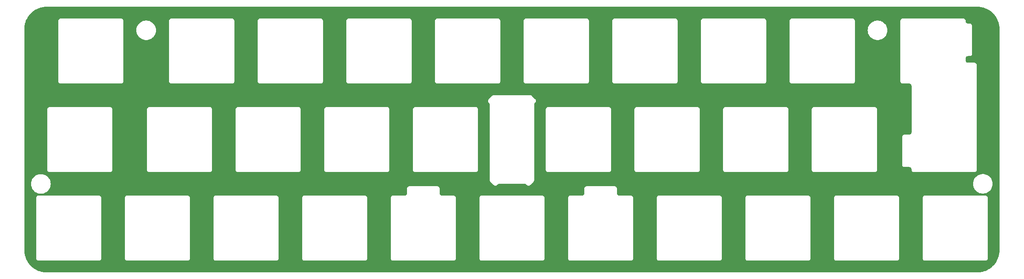
<source format=gbr>
%TF.GenerationSoftware,KiCad,Pcbnew,(7.0.0)*%
%TF.CreationDate,2024-03-02T22:10:46+01:00*%
%TF.ProjectId,kicad_tsuru_plate,6b696361-645f-4747-9375-72755f706c61,rev?*%
%TF.SameCoordinates,Original*%
%TF.FileFunction,Copper,L1,Top*%
%TF.FilePolarity,Positive*%
%FSLAX46Y46*%
G04 Gerber Fmt 4.6, Leading zero omitted, Abs format (unit mm)*
G04 Created by KiCad (PCBNEW (7.0.0)) date 2024-03-02 22:10:46*
%MOMM*%
%LPD*%
G01*
G04 APERTURE LIST*
G04 APERTURE END LIST*
%TA.AperFunction,NonConductor*%
G36*
X237284263Y-53534313D02*
G01*
X237493960Y-53543470D01*
X237494099Y-53543533D01*
X237494100Y-53543476D01*
X237494284Y-53543484D01*
X237700962Y-53552999D01*
X237706233Y-53553467D01*
X237927134Y-53582551D01*
X237927230Y-53582564D01*
X238124840Y-53610131D01*
X238129676Y-53611004D01*
X238345176Y-53658781D01*
X238345671Y-53658893D01*
X238541813Y-53705027D01*
X238546289Y-53706257D01*
X238755935Y-53772361D01*
X238756877Y-53772667D01*
X238948601Y-53836928D01*
X238952602Y-53838425D01*
X239155260Y-53922371D01*
X239156501Y-53922902D01*
X239341855Y-54004745D01*
X239345439Y-54006467D01*
X239539728Y-54107609D01*
X239541247Y-54108428D01*
X239718458Y-54207136D01*
X239721597Y-54209007D01*
X239906193Y-54326610D01*
X239907871Y-54327720D01*
X240075375Y-54442465D01*
X240078062Y-54444414D01*
X240251638Y-54577607D01*
X240253389Y-54579004D01*
X240409691Y-54708797D01*
X240411971Y-54710787D01*
X240573185Y-54858515D01*
X240575155Y-54860400D01*
X240718765Y-55004013D01*
X240720648Y-55005981D01*
X240784228Y-55075368D01*
X240868352Y-55167174D01*
X240870356Y-55169471D01*
X241000097Y-55325715D01*
X241001592Y-55327588D01*
X241058609Y-55401895D01*
X241134720Y-55501087D01*
X241136697Y-55503813D01*
X241251419Y-55671288D01*
X241252562Y-55673019D01*
X241253996Y-55675269D01*
X241370124Y-55857559D01*
X241372014Y-55860727D01*
X241470720Y-56037943D01*
X241471556Y-56039496D01*
X241572653Y-56233706D01*
X241574390Y-56237321D01*
X241656219Y-56422652D01*
X241656787Y-56423979D01*
X241740694Y-56626553D01*
X241742211Y-56630609D01*
X241806451Y-56822284D01*
X241806799Y-56823352D01*
X241872862Y-57032885D01*
X241874094Y-57037369D01*
X241920182Y-57233334D01*
X241920361Y-57234116D01*
X241968107Y-57449495D01*
X241968989Y-57454388D01*
X241996531Y-57651845D01*
X241996595Y-57652322D01*
X242025646Y-57872998D01*
X242026114Y-57878269D01*
X242034838Y-58067025D01*
X242034841Y-58067186D01*
X242034846Y-58067186D01*
X242044845Y-58296255D01*
X242044334Y-58296277D01*
X242044934Y-58299047D01*
X242044934Y-105919900D01*
X242044874Y-105922628D01*
X242036286Y-106119178D01*
X242036279Y-106119335D01*
X242026079Y-106340041D01*
X242025611Y-106345316D01*
X241997789Y-106556591D01*
X241997724Y-106557067D01*
X241968861Y-106763940D01*
X241967979Y-106768833D01*
X241921553Y-106978228D01*
X241921374Y-106979010D01*
X241873862Y-107180994D01*
X241872630Y-107185478D01*
X241807976Y-107390521D01*
X241807629Y-107391589D01*
X241741861Y-107587800D01*
X241740343Y-107591856D01*
X241657933Y-107790803D01*
X241657365Y-107792130D01*
X241573924Y-107981097D01*
X241572188Y-107984711D01*
X241472674Y-108175868D01*
X241471837Y-108177421D01*
X241371405Y-108357726D01*
X241369515Y-108360895D01*
X241253653Y-108542756D01*
X241252504Y-108544496D01*
X241135937Y-108714659D01*
X241133959Y-108717385D01*
X241002652Y-108888506D01*
X241001151Y-108890386D01*
X240869439Y-109048999D01*
X240867436Y-109051296D01*
X240721677Y-109210363D01*
X240719791Y-109212332D01*
X240574002Y-109358121D01*
X240572032Y-109360007D01*
X240412999Y-109505732D01*
X240410703Y-109507735D01*
X240252078Y-109639458D01*
X240250198Y-109640960D01*
X240079049Y-109772287D01*
X240076322Y-109774264D01*
X239906193Y-109890807D01*
X239904454Y-109891957D01*
X239722569Y-110007832D01*
X239719400Y-110009721D01*
X239539128Y-110110133D01*
X239537575Y-110110970D01*
X239346381Y-110210502D01*
X239342767Y-110212238D01*
X239153843Y-110295659D01*
X239152515Y-110296227D01*
X238953528Y-110378653D01*
X238949473Y-110380171D01*
X238753299Y-110445925D01*
X238752231Y-110446272D01*
X238547161Y-110510935D01*
X238542676Y-110512168D01*
X238340608Y-110559697D01*
X238339826Y-110559875D01*
X238130527Y-110606279D01*
X238125636Y-110607161D01*
X237918693Y-110636035D01*
X237918215Y-110636100D01*
X237706976Y-110663914D01*
X237701705Y-110664382D01*
X237485670Y-110674375D01*
X237485510Y-110674382D01*
X237283827Y-110683195D01*
X237281099Y-110683255D01*
X37259287Y-110683255D01*
X37256560Y-110683195D01*
X37063444Y-110674761D01*
X37063285Y-110674754D01*
X36838916Y-110664382D01*
X36833644Y-110663914D01*
X36625315Y-110636486D01*
X36624838Y-110636422D01*
X36414971Y-110607146D01*
X36410078Y-110606263D01*
X36202528Y-110560250D01*
X36201746Y-110560072D01*
X35997916Y-110512130D01*
X35993432Y-110510897D01*
X35789689Y-110446657D01*
X35788621Y-110446310D01*
X35591098Y-110380107D01*
X35587042Y-110378589D01*
X35389188Y-110296634D01*
X35387861Y-110296067D01*
X35197773Y-110212135D01*
X35194159Y-110210398D01*
X35003912Y-110111361D01*
X35002358Y-110110524D01*
X34821144Y-110009588D01*
X34817976Y-110007699D01*
X34636897Y-109892340D01*
X34635157Y-109891190D01*
X34464199Y-109774080D01*
X34461472Y-109772103D01*
X34291060Y-109641341D01*
X34289180Y-109639839D01*
X34129823Y-109507510D01*
X34127527Y-109505507D01*
X33969123Y-109360357D01*
X33967153Y-109358471D01*
X33820725Y-109212044D01*
X33818839Y-109210074D01*
X33673668Y-109051647D01*
X33671665Y-109049351D01*
X33539364Y-108890027D01*
X33537862Y-108888147D01*
X33488290Y-108823544D01*
X33407081Y-108717710D01*
X33405104Y-108714983D01*
X33287990Y-108544019D01*
X33286854Y-108542301D01*
X33171491Y-108361217D01*
X33169602Y-108358049D01*
X33068666Y-108176834D01*
X33067829Y-108175281D01*
X33059082Y-108158479D01*
X32968776Y-107985002D01*
X32967062Y-107981435D01*
X32883099Y-107791278D01*
X32882543Y-107789976D01*
X32828334Y-107659105D01*
X35019845Y-107659105D01*
X35019850Y-107711641D01*
X35019850Y-107711646D01*
X35019851Y-107715153D01*
X35020632Y-107718572D01*
X35020633Y-107718578D01*
X35044180Y-107821695D01*
X35044181Y-107821699D01*
X35044962Y-107825117D01*
X35046481Y-107828270D01*
X35046483Y-107828276D01*
X35092386Y-107923570D01*
X35093912Y-107926737D01*
X35099492Y-107933733D01*
X35162047Y-108012161D01*
X35164246Y-108014917D01*
X35252439Y-108085236D01*
X35354068Y-108134168D01*
X35431171Y-108151760D01*
X35460482Y-108158448D01*
X35464037Y-108159259D01*
X35520434Y-108159255D01*
X35520934Y-108159255D01*
X48519934Y-108159255D01*
X48520533Y-108159255D01*
X48520563Y-108159242D01*
X48520644Y-108159234D01*
X48576827Y-108159241D01*
X48686789Y-108134155D01*
X48788409Y-108085225D01*
X48876592Y-108014907D01*
X48946914Y-107926727D01*
X48995848Y-107825109D01*
X49020939Y-107715148D01*
X49020934Y-107659105D01*
X54069845Y-107659105D01*
X54069850Y-107711641D01*
X54069850Y-107711646D01*
X54069851Y-107715153D01*
X54070632Y-107718572D01*
X54070633Y-107718578D01*
X54094180Y-107821695D01*
X54094181Y-107821699D01*
X54094962Y-107825117D01*
X54096481Y-107828270D01*
X54096483Y-107828276D01*
X54142386Y-107923570D01*
X54143912Y-107926737D01*
X54149492Y-107933733D01*
X54212047Y-108012161D01*
X54214246Y-108014917D01*
X54302439Y-108085236D01*
X54404068Y-108134168D01*
X54481171Y-108151760D01*
X54510482Y-108158448D01*
X54514037Y-108159259D01*
X54570434Y-108159255D01*
X54570934Y-108159255D01*
X67569934Y-108159255D01*
X67570533Y-108159255D01*
X67570568Y-108159239D01*
X67570626Y-108159232D01*
X67626824Y-108159231D01*
X67736776Y-108134130D01*
X67838387Y-108085195D01*
X67926563Y-108014878D01*
X67996883Y-107926705D01*
X68045823Y-107825096D01*
X68070925Y-107715156D01*
X73119841Y-107715156D01*
X73120621Y-107718572D01*
X73120622Y-107718579D01*
X73144155Y-107821706D01*
X73144157Y-107821713D01*
X73144937Y-107825129D01*
X73193881Y-107926759D01*
X73196069Y-107929502D01*
X73196072Y-107929507D01*
X73237220Y-107981097D01*
X73264217Y-108014946D01*
X73352417Y-108085266D01*
X73355575Y-108086786D01*
X73355578Y-108086788D01*
X73400970Y-108108638D01*
X73454055Y-108134192D01*
X73564034Y-108159269D01*
X73620434Y-108159255D01*
X73620934Y-108159255D01*
X86619934Y-108159255D01*
X86620533Y-108159255D01*
X86620568Y-108159239D01*
X86620626Y-108159232D01*
X86676824Y-108159231D01*
X86786776Y-108134130D01*
X86888387Y-108085195D01*
X86976563Y-108014878D01*
X87046883Y-107926705D01*
X87095823Y-107825096D01*
X87120925Y-107715156D01*
X92169841Y-107715156D01*
X92170621Y-107718572D01*
X92170622Y-107718579D01*
X92194155Y-107821706D01*
X92194157Y-107821713D01*
X92194937Y-107825129D01*
X92243881Y-107926759D01*
X92246069Y-107929502D01*
X92246072Y-107929507D01*
X92287220Y-107981097D01*
X92314217Y-108014946D01*
X92402417Y-108085266D01*
X92405575Y-108086786D01*
X92405578Y-108086788D01*
X92450970Y-108108638D01*
X92504055Y-108134192D01*
X92614034Y-108159269D01*
X92670434Y-108159255D01*
X92670934Y-108159255D01*
X105669934Y-108159255D01*
X105670533Y-108159255D01*
X105670568Y-108159239D01*
X105670626Y-108159232D01*
X105726824Y-108159231D01*
X105836776Y-108134130D01*
X105938387Y-108085195D01*
X106026563Y-108014878D01*
X106096883Y-107926705D01*
X106145823Y-107825096D01*
X106170925Y-107715156D01*
X111219841Y-107715156D01*
X111220621Y-107718572D01*
X111220622Y-107718579D01*
X111244155Y-107821706D01*
X111244157Y-107821713D01*
X111244937Y-107825129D01*
X111293881Y-107926759D01*
X111296069Y-107929502D01*
X111296072Y-107929507D01*
X111337220Y-107981097D01*
X111364217Y-108014946D01*
X111452417Y-108085266D01*
X111455575Y-108086786D01*
X111455578Y-108086788D01*
X111500970Y-108108638D01*
X111554055Y-108134192D01*
X111664034Y-108159269D01*
X111720434Y-108159255D01*
X111720934Y-108159255D01*
X124719934Y-108159255D01*
X124720533Y-108159255D01*
X124720568Y-108159239D01*
X124720626Y-108159232D01*
X124776824Y-108159231D01*
X124886776Y-108134130D01*
X124988387Y-108085195D01*
X125076563Y-108014878D01*
X125146883Y-107926705D01*
X125195823Y-107825096D01*
X125220925Y-107715156D01*
X130269841Y-107715156D01*
X130270621Y-107718572D01*
X130270622Y-107718579D01*
X130294155Y-107821706D01*
X130294157Y-107821713D01*
X130294937Y-107825129D01*
X130343881Y-107926759D01*
X130346069Y-107929502D01*
X130346072Y-107929507D01*
X130387220Y-107981097D01*
X130414217Y-108014946D01*
X130502417Y-108085266D01*
X130505575Y-108086786D01*
X130505578Y-108086788D01*
X130550970Y-108108638D01*
X130604055Y-108134192D01*
X130714034Y-108159269D01*
X130770434Y-108159255D01*
X130770934Y-108159255D01*
X143769934Y-108159255D01*
X143770533Y-108159255D01*
X143770568Y-108159239D01*
X143770626Y-108159232D01*
X143826824Y-108159231D01*
X143936776Y-108134130D01*
X144038387Y-108085195D01*
X144126563Y-108014878D01*
X144196883Y-107926705D01*
X144245823Y-107825096D01*
X144270925Y-107715156D01*
X149319841Y-107715156D01*
X149320621Y-107718572D01*
X149320622Y-107718579D01*
X149344155Y-107821706D01*
X149344157Y-107821713D01*
X149344937Y-107825129D01*
X149393881Y-107926759D01*
X149396069Y-107929502D01*
X149396072Y-107929507D01*
X149437220Y-107981097D01*
X149464217Y-108014946D01*
X149552417Y-108085266D01*
X149555575Y-108086786D01*
X149555578Y-108086788D01*
X149600970Y-108108638D01*
X149654055Y-108134192D01*
X149764034Y-108159269D01*
X149820434Y-108159255D01*
X149820934Y-108159255D01*
X162819934Y-108159255D01*
X162820533Y-108159255D01*
X162820568Y-108159239D01*
X162820626Y-108159232D01*
X162876824Y-108159231D01*
X162986776Y-108134130D01*
X163088387Y-108085195D01*
X163176563Y-108014878D01*
X163246883Y-107926705D01*
X163295823Y-107825096D01*
X163320925Y-107715156D01*
X168369841Y-107715156D01*
X168370621Y-107718572D01*
X168370622Y-107718579D01*
X168394155Y-107821706D01*
X168394157Y-107821713D01*
X168394937Y-107825129D01*
X168443881Y-107926759D01*
X168446069Y-107929502D01*
X168446072Y-107929507D01*
X168487220Y-107981097D01*
X168514217Y-108014946D01*
X168602417Y-108085266D01*
X168605575Y-108086786D01*
X168605578Y-108086788D01*
X168650970Y-108108638D01*
X168704055Y-108134192D01*
X168814034Y-108159269D01*
X168870434Y-108159255D01*
X168870934Y-108159255D01*
X181869934Y-108159255D01*
X181870533Y-108159255D01*
X181870568Y-108159239D01*
X181870626Y-108159232D01*
X181926824Y-108159231D01*
X182036776Y-108134130D01*
X182138387Y-108085195D01*
X182226563Y-108014878D01*
X182296883Y-107926705D01*
X182345823Y-107825096D01*
X182370925Y-107715156D01*
X187419841Y-107715156D01*
X187420621Y-107718572D01*
X187420622Y-107718579D01*
X187444155Y-107821706D01*
X187444157Y-107821713D01*
X187444937Y-107825129D01*
X187493881Y-107926759D01*
X187496069Y-107929502D01*
X187496072Y-107929507D01*
X187537220Y-107981097D01*
X187564217Y-108014946D01*
X187652417Y-108085266D01*
X187655575Y-108086786D01*
X187655578Y-108086788D01*
X187700970Y-108108638D01*
X187754055Y-108134192D01*
X187864034Y-108159269D01*
X187920434Y-108159255D01*
X187920934Y-108159255D01*
X200919934Y-108159255D01*
X200920533Y-108159255D01*
X200920568Y-108159239D01*
X200920626Y-108159232D01*
X200976824Y-108159231D01*
X201086776Y-108134130D01*
X201188387Y-108085195D01*
X201276563Y-108014878D01*
X201346883Y-107926705D01*
X201395823Y-107825096D01*
X201420925Y-107715156D01*
X206469841Y-107715156D01*
X206470621Y-107718572D01*
X206470622Y-107718579D01*
X206494155Y-107821706D01*
X206494157Y-107821713D01*
X206494937Y-107825129D01*
X206543881Y-107926759D01*
X206546069Y-107929502D01*
X206546072Y-107929507D01*
X206587220Y-107981097D01*
X206614217Y-108014946D01*
X206702417Y-108085266D01*
X206705575Y-108086786D01*
X206705578Y-108086788D01*
X206750970Y-108108638D01*
X206804055Y-108134192D01*
X206914034Y-108159269D01*
X206970434Y-108159255D01*
X206970934Y-108159255D01*
X219969934Y-108159255D01*
X219970533Y-108159255D01*
X219970568Y-108159239D01*
X219970626Y-108159232D01*
X220026824Y-108159231D01*
X220136776Y-108134130D01*
X220238387Y-108085195D01*
X220326563Y-108014878D01*
X220396883Y-107926705D01*
X220445823Y-107825096D01*
X220470925Y-107715156D01*
X225519841Y-107715156D01*
X225520621Y-107718572D01*
X225520622Y-107718579D01*
X225544155Y-107821706D01*
X225544157Y-107821713D01*
X225544937Y-107825129D01*
X225593881Y-107926759D01*
X225596069Y-107929502D01*
X225596072Y-107929507D01*
X225637220Y-107981097D01*
X225664217Y-108014946D01*
X225752417Y-108085266D01*
X225755575Y-108086786D01*
X225755578Y-108086788D01*
X225800970Y-108108638D01*
X225854055Y-108134192D01*
X225964034Y-108159269D01*
X226020434Y-108159255D01*
X226020934Y-108159255D01*
X239019934Y-108159255D01*
X239020533Y-108159255D01*
X239020568Y-108159239D01*
X239020626Y-108159232D01*
X239076824Y-108159231D01*
X239186776Y-108134130D01*
X239288387Y-108085195D01*
X239376563Y-108014878D01*
X239446883Y-107926705D01*
X239495823Y-107825096D01*
X239520928Y-107715145D01*
X239520934Y-107658755D01*
X239520934Y-107658255D01*
X239520934Y-94658656D01*
X239520873Y-94658509D01*
X239520843Y-94658214D01*
X239520841Y-94602370D01*
X239495743Y-94492428D01*
X239494203Y-94489231D01*
X239448335Y-94393982D01*
X239446815Y-94390825D01*
X239444632Y-94388087D01*
X239444630Y-94388084D01*
X239411295Y-94346279D01*
X239376510Y-94302654D01*
X239373766Y-94300465D01*
X239373764Y-94300463D01*
X239291094Y-94234520D01*
X239291093Y-94234519D01*
X239288351Y-94232332D01*
X239285188Y-94230808D01*
X239189920Y-94184910D01*
X239189917Y-94184909D01*
X239186756Y-94183386D01*
X239183337Y-94182605D01*
X239183332Y-94182603D01*
X239080236Y-94159049D01*
X239080230Y-94159048D01*
X239076819Y-94158269D01*
X239073314Y-94158268D01*
X239073313Y-94158268D01*
X239020533Y-94158255D01*
X226020488Y-94158255D01*
X226020434Y-94158244D01*
X226020434Y-94158234D01*
X226020385Y-94158233D01*
X226020381Y-94158233D01*
X225967551Y-94158231D01*
X225967549Y-94158231D01*
X225964039Y-94158231D01*
X225960617Y-94159011D01*
X225960615Y-94159012D01*
X225857495Y-94182543D01*
X225857490Y-94182544D01*
X225854075Y-94183324D01*
X225850920Y-94184842D01*
X225850912Y-94184846D01*
X225755615Y-94230737D01*
X225755606Y-94230742D01*
X225752453Y-94232261D01*
X225749709Y-94234448D01*
X225749706Y-94234451D01*
X225667015Y-94300395D01*
X225667010Y-94300399D01*
X225664270Y-94302585D01*
X225662085Y-94305324D01*
X225662081Y-94305329D01*
X225596134Y-94388030D01*
X225596131Y-94388034D01*
X225593949Y-94390771D01*
X225592431Y-94393923D01*
X225592427Y-94393930D01*
X225546540Y-94489231D01*
X225545017Y-94492395D01*
X225544236Y-94495814D01*
X225544236Y-94495817D01*
X225532417Y-94547622D01*
X225519928Y-94602360D01*
X225519928Y-94605870D01*
X225519928Y-94605874D01*
X225519934Y-94658755D01*
X225519934Y-107658536D01*
X225519890Y-107658755D01*
X225519845Y-107658755D01*
X225519844Y-107658978D01*
X225519844Y-107658983D01*
X225519841Y-107711634D01*
X225519841Y-107715156D01*
X220470925Y-107715156D01*
X220470928Y-107715145D01*
X220470934Y-107658755D01*
X220470934Y-107658255D01*
X220470934Y-94658656D01*
X220470873Y-94658509D01*
X220470843Y-94658214D01*
X220470841Y-94602370D01*
X220445743Y-94492428D01*
X220444203Y-94489231D01*
X220398335Y-94393982D01*
X220396815Y-94390825D01*
X220394632Y-94388087D01*
X220394630Y-94388084D01*
X220361295Y-94346279D01*
X220326510Y-94302654D01*
X220323766Y-94300465D01*
X220323764Y-94300463D01*
X220241094Y-94234520D01*
X220241093Y-94234519D01*
X220238351Y-94232332D01*
X220235188Y-94230808D01*
X220139920Y-94184910D01*
X220139917Y-94184909D01*
X220136756Y-94183386D01*
X220133337Y-94182605D01*
X220133332Y-94182603D01*
X220030236Y-94159049D01*
X220030230Y-94159048D01*
X220026819Y-94158269D01*
X220023314Y-94158268D01*
X220023313Y-94158268D01*
X219970533Y-94158255D01*
X206970488Y-94158255D01*
X206970434Y-94158244D01*
X206970434Y-94158234D01*
X206970385Y-94158233D01*
X206970381Y-94158233D01*
X206917551Y-94158231D01*
X206917549Y-94158231D01*
X206914039Y-94158231D01*
X206910617Y-94159011D01*
X206910615Y-94159012D01*
X206807495Y-94182543D01*
X206807490Y-94182544D01*
X206804075Y-94183324D01*
X206800920Y-94184842D01*
X206800912Y-94184846D01*
X206705615Y-94230737D01*
X206705606Y-94230742D01*
X206702453Y-94232261D01*
X206699709Y-94234448D01*
X206699706Y-94234451D01*
X206617015Y-94300395D01*
X206617010Y-94300399D01*
X206614270Y-94302585D01*
X206612085Y-94305324D01*
X206612081Y-94305329D01*
X206546134Y-94388030D01*
X206546131Y-94388034D01*
X206543949Y-94390771D01*
X206542431Y-94393923D01*
X206542427Y-94393930D01*
X206496540Y-94489231D01*
X206495017Y-94492395D01*
X206494236Y-94495814D01*
X206494236Y-94495817D01*
X206482417Y-94547622D01*
X206469928Y-94602360D01*
X206469928Y-94605870D01*
X206469928Y-94605874D01*
X206469934Y-94658755D01*
X206469934Y-107658536D01*
X206469890Y-107658755D01*
X206469845Y-107658755D01*
X206469844Y-107658978D01*
X206469844Y-107658983D01*
X206469841Y-107711634D01*
X206469841Y-107715156D01*
X201420925Y-107715156D01*
X201420928Y-107715145D01*
X201420934Y-107658755D01*
X201420934Y-107658255D01*
X201420934Y-94658656D01*
X201420873Y-94658509D01*
X201420843Y-94658214D01*
X201420841Y-94602370D01*
X201395743Y-94492428D01*
X201394203Y-94489231D01*
X201348335Y-94393982D01*
X201346815Y-94390825D01*
X201344632Y-94388087D01*
X201344630Y-94388084D01*
X201311295Y-94346279D01*
X201276510Y-94302654D01*
X201273766Y-94300465D01*
X201273764Y-94300463D01*
X201191094Y-94234520D01*
X201191093Y-94234519D01*
X201188351Y-94232332D01*
X201185188Y-94230808D01*
X201089920Y-94184910D01*
X201089917Y-94184909D01*
X201086756Y-94183386D01*
X201083337Y-94182605D01*
X201083332Y-94182603D01*
X200980236Y-94159049D01*
X200980230Y-94159048D01*
X200976819Y-94158269D01*
X200973314Y-94158268D01*
X200973313Y-94158268D01*
X200920533Y-94158255D01*
X187920488Y-94158255D01*
X187920434Y-94158244D01*
X187920434Y-94158234D01*
X187920385Y-94158233D01*
X187920381Y-94158233D01*
X187867551Y-94158231D01*
X187867549Y-94158231D01*
X187864039Y-94158231D01*
X187860617Y-94159011D01*
X187860615Y-94159012D01*
X187757495Y-94182543D01*
X187757490Y-94182544D01*
X187754075Y-94183324D01*
X187750920Y-94184842D01*
X187750912Y-94184846D01*
X187655615Y-94230737D01*
X187655606Y-94230742D01*
X187652453Y-94232261D01*
X187649709Y-94234448D01*
X187649706Y-94234451D01*
X187567015Y-94300395D01*
X187567010Y-94300399D01*
X187564270Y-94302585D01*
X187562085Y-94305324D01*
X187562081Y-94305329D01*
X187496134Y-94388030D01*
X187496131Y-94388034D01*
X187493949Y-94390771D01*
X187492431Y-94393923D01*
X187492427Y-94393930D01*
X187446540Y-94489231D01*
X187445017Y-94492395D01*
X187444236Y-94495814D01*
X187444236Y-94495817D01*
X187432417Y-94547622D01*
X187419928Y-94602360D01*
X187419928Y-94605870D01*
X187419928Y-94605874D01*
X187419934Y-94658755D01*
X187419934Y-107658536D01*
X187419890Y-107658755D01*
X187419845Y-107658755D01*
X187419844Y-107658978D01*
X187419844Y-107658983D01*
X187419841Y-107711634D01*
X187419841Y-107715156D01*
X182370925Y-107715156D01*
X182370928Y-107715145D01*
X182370934Y-107658755D01*
X182370934Y-107658255D01*
X182370934Y-94658656D01*
X182370873Y-94658509D01*
X182370843Y-94658214D01*
X182370841Y-94602370D01*
X182345743Y-94492428D01*
X182344203Y-94489231D01*
X182298335Y-94393982D01*
X182296815Y-94390825D01*
X182294632Y-94388087D01*
X182294630Y-94388084D01*
X182261295Y-94346279D01*
X182226510Y-94302654D01*
X182223766Y-94300465D01*
X182223764Y-94300463D01*
X182141094Y-94234520D01*
X182141093Y-94234519D01*
X182138351Y-94232332D01*
X182135188Y-94230808D01*
X182039920Y-94184910D01*
X182039917Y-94184909D01*
X182036756Y-94183386D01*
X182033337Y-94182605D01*
X182033332Y-94182603D01*
X181930236Y-94159049D01*
X181930230Y-94159048D01*
X181926819Y-94158269D01*
X181923314Y-94158268D01*
X181923313Y-94158268D01*
X181870533Y-94158255D01*
X168870488Y-94158255D01*
X168870434Y-94158244D01*
X168870434Y-94158234D01*
X168870385Y-94158233D01*
X168870381Y-94158233D01*
X168817551Y-94158231D01*
X168817549Y-94158231D01*
X168814039Y-94158231D01*
X168810617Y-94159011D01*
X168810615Y-94159012D01*
X168707495Y-94182543D01*
X168707490Y-94182544D01*
X168704075Y-94183324D01*
X168700920Y-94184842D01*
X168700912Y-94184846D01*
X168605615Y-94230737D01*
X168605606Y-94230742D01*
X168602453Y-94232261D01*
X168599709Y-94234448D01*
X168599706Y-94234451D01*
X168517015Y-94300395D01*
X168517010Y-94300399D01*
X168514270Y-94302585D01*
X168512085Y-94305324D01*
X168512081Y-94305329D01*
X168446134Y-94388030D01*
X168446131Y-94388034D01*
X168443949Y-94390771D01*
X168442431Y-94393923D01*
X168442427Y-94393930D01*
X168396540Y-94489231D01*
X168395017Y-94492395D01*
X168394236Y-94495814D01*
X168394236Y-94495817D01*
X168382417Y-94547622D01*
X168369928Y-94602360D01*
X168369928Y-94605870D01*
X168369928Y-94605874D01*
X168369934Y-94658755D01*
X168369934Y-107658536D01*
X168369890Y-107658755D01*
X168369845Y-107658755D01*
X168369844Y-107658978D01*
X168369844Y-107658983D01*
X168369841Y-107711634D01*
X168369841Y-107715156D01*
X163320925Y-107715156D01*
X163320928Y-107715145D01*
X163320934Y-107658755D01*
X163320934Y-107658255D01*
X163320934Y-94658656D01*
X163320873Y-94658509D01*
X163320843Y-94658214D01*
X163320841Y-94602370D01*
X163295743Y-94492428D01*
X163294203Y-94489231D01*
X163248335Y-94393982D01*
X163246815Y-94390825D01*
X163244632Y-94388087D01*
X163244630Y-94388084D01*
X163211295Y-94346279D01*
X163176510Y-94302654D01*
X163173766Y-94300465D01*
X163173764Y-94300463D01*
X163091094Y-94234520D01*
X163091093Y-94234519D01*
X163088351Y-94232332D01*
X163085188Y-94230808D01*
X162989920Y-94184910D01*
X162989917Y-94184909D01*
X162986756Y-94183386D01*
X162983337Y-94182605D01*
X162983332Y-94182603D01*
X162880236Y-94159049D01*
X162880230Y-94159048D01*
X162876819Y-94158269D01*
X162873314Y-94158268D01*
X162873313Y-94158268D01*
X162820533Y-94158255D01*
X160323939Y-94158255D01*
X160316944Y-94157862D01*
X160294686Y-94155355D01*
X160293527Y-94155214D01*
X160208297Y-94143999D01*
X160195813Y-94141027D01*
X160155690Y-94126991D01*
X160152415Y-94125741D01*
X160093434Y-94101316D01*
X160084099Y-94096495D01*
X160044912Y-94071876D01*
X160040117Y-94068541D01*
X159992220Y-94031795D01*
X159986073Y-94026405D01*
X159952750Y-93993088D01*
X159947366Y-93986951D01*
X159910587Y-93939028D01*
X159907284Y-93934280D01*
X159882642Y-93895071D01*
X159877827Y-93885752D01*
X159853379Y-93826746D01*
X159852129Y-93823473D01*
X159852120Y-93823447D01*
X159838111Y-93783425D01*
X159835134Y-93770912D01*
X159823424Y-93681568D01*
X159823330Y-93680800D01*
X159821327Y-93663035D01*
X159820934Y-93656036D01*
X159820934Y-92659120D01*
X159820934Y-92658656D01*
X159820873Y-92658509D01*
X159820843Y-92658214D01*
X159820841Y-92602370D01*
X159795743Y-92492428D01*
X159794203Y-92489231D01*
X159748335Y-92393982D01*
X159746815Y-92390825D01*
X159744632Y-92388087D01*
X159744630Y-92388084D01*
X159711295Y-92346279D01*
X159676510Y-92302654D01*
X159673766Y-92300465D01*
X159673764Y-92300463D01*
X159591094Y-92234520D01*
X159591093Y-92234519D01*
X159588351Y-92232332D01*
X159585188Y-92230808D01*
X159489920Y-92184910D01*
X159489917Y-92184909D01*
X159486756Y-92183386D01*
X159483337Y-92182605D01*
X159483332Y-92182603D01*
X159380236Y-92159049D01*
X159380230Y-92159048D01*
X159376819Y-92158269D01*
X159373314Y-92158268D01*
X159373313Y-92158268D01*
X159320533Y-92158255D01*
X153320488Y-92158255D01*
X153320434Y-92158244D01*
X153320434Y-92158234D01*
X153320385Y-92158233D01*
X153320381Y-92158233D01*
X153267551Y-92158231D01*
X153267549Y-92158231D01*
X153264039Y-92158231D01*
X153260617Y-92159011D01*
X153260615Y-92159012D01*
X153157495Y-92182543D01*
X153157490Y-92182544D01*
X153154075Y-92183324D01*
X153150920Y-92184842D01*
X153150912Y-92184846D01*
X153055615Y-92230737D01*
X153055606Y-92230742D01*
X153052453Y-92232261D01*
X153049709Y-92234448D01*
X153049706Y-92234451D01*
X152967015Y-92300395D01*
X152967010Y-92300399D01*
X152964270Y-92302585D01*
X152962085Y-92305324D01*
X152962081Y-92305329D01*
X152896134Y-92388030D01*
X152896131Y-92388034D01*
X152893949Y-92390771D01*
X152892431Y-92393923D01*
X152892427Y-92393930D01*
X152846540Y-92489231D01*
X152845017Y-92492395D01*
X152819928Y-92602360D01*
X152819928Y-92605870D01*
X152819928Y-92605874D01*
X152819934Y-92658755D01*
X152819934Y-93655242D01*
X152819540Y-93662249D01*
X152817030Y-93684497D01*
X152816889Y-93685654D01*
X152805661Y-93770879D01*
X152802687Y-93783363D01*
X152788657Y-93823447D01*
X152787407Y-93826721D01*
X152762964Y-93885720D01*
X152758142Y-93895052D01*
X152733525Y-93934226D01*
X152730190Y-93939021D01*
X152693444Y-93986907D01*
X152688053Y-93993054D01*
X152654741Y-94026364D01*
X152648596Y-94031752D01*
X152600701Y-94068504D01*
X152595904Y-94071841D01*
X152556731Y-94096454D01*
X152547400Y-94101275D01*
X152488407Y-94125713D01*
X152485131Y-94126963D01*
X152445028Y-94140997D01*
X152432555Y-94143969D01*
X152348240Y-94155087D01*
X152347073Y-94155229D01*
X152323736Y-94157861D01*
X152316732Y-94158255D01*
X149820488Y-94158255D01*
X149820434Y-94158244D01*
X149820434Y-94158234D01*
X149820385Y-94158233D01*
X149820381Y-94158233D01*
X149767551Y-94158231D01*
X149767549Y-94158231D01*
X149764039Y-94158231D01*
X149760617Y-94159011D01*
X149760615Y-94159012D01*
X149657495Y-94182543D01*
X149657490Y-94182544D01*
X149654075Y-94183324D01*
X149650920Y-94184842D01*
X149650912Y-94184846D01*
X149555615Y-94230737D01*
X149555606Y-94230742D01*
X149552453Y-94232261D01*
X149549709Y-94234448D01*
X149549706Y-94234451D01*
X149467015Y-94300395D01*
X149467010Y-94300399D01*
X149464270Y-94302585D01*
X149462085Y-94305324D01*
X149462081Y-94305329D01*
X149396134Y-94388030D01*
X149396131Y-94388034D01*
X149393949Y-94390771D01*
X149392431Y-94393923D01*
X149392427Y-94393930D01*
X149346540Y-94489231D01*
X149345017Y-94492395D01*
X149344236Y-94495814D01*
X149344236Y-94495817D01*
X149332417Y-94547622D01*
X149319928Y-94602360D01*
X149319928Y-94605870D01*
X149319928Y-94605874D01*
X149319934Y-94658755D01*
X149319934Y-107658536D01*
X149319890Y-107658755D01*
X149319845Y-107658755D01*
X149319844Y-107658978D01*
X149319844Y-107658983D01*
X149319841Y-107711634D01*
X149319841Y-107715156D01*
X144270925Y-107715156D01*
X144270928Y-107715145D01*
X144270934Y-107658755D01*
X144270934Y-107658255D01*
X144270934Y-94658656D01*
X144270873Y-94658509D01*
X144270843Y-94658214D01*
X144270841Y-94602370D01*
X144245743Y-94492428D01*
X144244203Y-94489231D01*
X144198335Y-94393982D01*
X144196815Y-94390825D01*
X144194632Y-94388087D01*
X144194630Y-94388084D01*
X144161295Y-94346279D01*
X144126510Y-94302654D01*
X144123766Y-94300465D01*
X144123764Y-94300463D01*
X144041094Y-94234520D01*
X144041093Y-94234519D01*
X144038351Y-94232332D01*
X144035188Y-94230808D01*
X143939920Y-94184910D01*
X143939917Y-94184909D01*
X143936756Y-94183386D01*
X143933337Y-94182605D01*
X143933332Y-94182603D01*
X143830236Y-94159049D01*
X143830230Y-94159048D01*
X143826819Y-94158269D01*
X143823314Y-94158268D01*
X143823313Y-94158268D01*
X143770533Y-94158255D01*
X130770527Y-94158255D01*
X130770488Y-94158255D01*
X130770434Y-94158244D01*
X130770434Y-94158234D01*
X130770385Y-94158233D01*
X130770381Y-94158233D01*
X130717551Y-94158231D01*
X130717549Y-94158231D01*
X130714039Y-94158231D01*
X130710617Y-94159011D01*
X130710615Y-94159012D01*
X130607495Y-94182543D01*
X130607490Y-94182544D01*
X130604075Y-94183324D01*
X130600920Y-94184842D01*
X130600912Y-94184846D01*
X130505615Y-94230737D01*
X130505606Y-94230742D01*
X130502453Y-94232261D01*
X130499709Y-94234448D01*
X130499706Y-94234451D01*
X130417015Y-94300395D01*
X130417010Y-94300399D01*
X130414270Y-94302585D01*
X130412085Y-94305324D01*
X130412081Y-94305329D01*
X130346134Y-94388030D01*
X130346131Y-94388034D01*
X130343949Y-94390771D01*
X130342431Y-94393923D01*
X130342427Y-94393930D01*
X130296540Y-94489231D01*
X130295017Y-94492395D01*
X130294236Y-94495814D01*
X130294236Y-94495817D01*
X130282417Y-94547622D01*
X130269928Y-94602360D01*
X130269928Y-94605870D01*
X130269928Y-94605874D01*
X130269934Y-94658755D01*
X130269934Y-107658536D01*
X130269890Y-107658755D01*
X130269845Y-107658755D01*
X130269844Y-107658978D01*
X130269844Y-107658983D01*
X130269841Y-107711634D01*
X130269841Y-107715156D01*
X125220925Y-107715156D01*
X125220928Y-107715145D01*
X125220934Y-107658755D01*
X125220934Y-107658255D01*
X125220934Y-94658656D01*
X125220873Y-94658509D01*
X125220843Y-94658214D01*
X125220841Y-94602370D01*
X125195743Y-94492428D01*
X125194203Y-94489231D01*
X125148335Y-94393982D01*
X125146815Y-94390825D01*
X125144632Y-94388087D01*
X125144630Y-94388084D01*
X125111295Y-94346279D01*
X125076510Y-94302654D01*
X125073766Y-94300465D01*
X125073764Y-94300463D01*
X124991094Y-94234520D01*
X124991093Y-94234519D01*
X124988351Y-94232332D01*
X124985188Y-94230808D01*
X124889920Y-94184910D01*
X124889917Y-94184909D01*
X124886756Y-94183386D01*
X124883337Y-94182605D01*
X124883332Y-94182603D01*
X124780236Y-94159049D01*
X124780230Y-94159048D01*
X124776819Y-94158269D01*
X124773314Y-94158268D01*
X124773313Y-94158268D01*
X124720533Y-94158255D01*
X122223939Y-94158255D01*
X122216944Y-94157862D01*
X122194686Y-94155355D01*
X122193527Y-94155214D01*
X122108297Y-94143999D01*
X122095813Y-94141027D01*
X122055690Y-94126991D01*
X122052415Y-94125741D01*
X121993434Y-94101316D01*
X121984099Y-94096495D01*
X121944912Y-94071876D01*
X121940117Y-94068541D01*
X121892220Y-94031795D01*
X121886073Y-94026405D01*
X121852750Y-93993088D01*
X121847366Y-93986951D01*
X121810587Y-93939028D01*
X121807284Y-93934280D01*
X121782642Y-93895071D01*
X121777827Y-93885752D01*
X121753379Y-93826746D01*
X121752129Y-93823473D01*
X121752120Y-93823447D01*
X121738111Y-93783425D01*
X121735134Y-93770912D01*
X121723424Y-93681568D01*
X121723330Y-93680800D01*
X121721327Y-93663035D01*
X121720934Y-93656036D01*
X121720934Y-92659120D01*
X121720934Y-92658656D01*
X121720873Y-92658509D01*
X121720843Y-92658214D01*
X121720841Y-92602370D01*
X121695743Y-92492428D01*
X121694203Y-92489231D01*
X121648335Y-92393982D01*
X121646815Y-92390825D01*
X121644632Y-92388087D01*
X121644630Y-92388084D01*
X121611295Y-92346279D01*
X121576510Y-92302654D01*
X121573766Y-92300465D01*
X121573764Y-92300463D01*
X121491094Y-92234520D01*
X121491093Y-92234519D01*
X121488351Y-92232332D01*
X121485188Y-92230808D01*
X121389920Y-92184910D01*
X121389917Y-92184909D01*
X121386756Y-92183386D01*
X121383337Y-92182605D01*
X121383332Y-92182603D01*
X121280236Y-92159049D01*
X121280230Y-92159048D01*
X121276819Y-92158269D01*
X121273314Y-92158268D01*
X121273313Y-92158268D01*
X121220533Y-92158255D01*
X115220488Y-92158255D01*
X115220434Y-92158244D01*
X115220434Y-92158234D01*
X115220385Y-92158233D01*
X115220381Y-92158233D01*
X115167551Y-92158231D01*
X115167549Y-92158231D01*
X115164039Y-92158231D01*
X115160617Y-92159011D01*
X115160615Y-92159012D01*
X115057495Y-92182543D01*
X115057490Y-92182544D01*
X115054075Y-92183324D01*
X115050920Y-92184842D01*
X115050912Y-92184846D01*
X114955615Y-92230737D01*
X114955606Y-92230742D01*
X114952453Y-92232261D01*
X114949709Y-92234448D01*
X114949706Y-92234451D01*
X114867015Y-92300395D01*
X114867010Y-92300399D01*
X114864270Y-92302585D01*
X114862085Y-92305324D01*
X114862081Y-92305329D01*
X114796134Y-92388030D01*
X114796131Y-92388034D01*
X114793949Y-92390771D01*
X114792431Y-92393923D01*
X114792427Y-92393930D01*
X114746540Y-92489231D01*
X114745017Y-92492395D01*
X114719928Y-92602360D01*
X114719928Y-92605870D01*
X114719928Y-92605874D01*
X114719934Y-92658755D01*
X114719934Y-93655242D01*
X114719540Y-93662249D01*
X114717030Y-93684497D01*
X114716889Y-93685654D01*
X114705661Y-93770879D01*
X114702687Y-93783363D01*
X114688657Y-93823447D01*
X114687407Y-93826721D01*
X114662964Y-93885720D01*
X114658142Y-93895052D01*
X114633525Y-93934226D01*
X114630190Y-93939021D01*
X114593444Y-93986907D01*
X114588053Y-93993054D01*
X114554741Y-94026364D01*
X114548596Y-94031752D01*
X114500701Y-94068504D01*
X114495904Y-94071841D01*
X114456731Y-94096454D01*
X114447400Y-94101275D01*
X114388407Y-94125713D01*
X114385131Y-94126963D01*
X114345028Y-94140997D01*
X114332555Y-94143969D01*
X114248240Y-94155087D01*
X114247073Y-94155229D01*
X114223736Y-94157861D01*
X114216732Y-94158255D01*
X111720488Y-94158255D01*
X111720434Y-94158244D01*
X111720434Y-94158234D01*
X111720385Y-94158233D01*
X111720381Y-94158233D01*
X111667551Y-94158231D01*
X111667549Y-94158231D01*
X111664039Y-94158231D01*
X111660617Y-94159011D01*
X111660615Y-94159012D01*
X111557495Y-94182543D01*
X111557490Y-94182544D01*
X111554075Y-94183324D01*
X111550920Y-94184842D01*
X111550912Y-94184846D01*
X111455615Y-94230737D01*
X111455606Y-94230742D01*
X111452453Y-94232261D01*
X111449709Y-94234448D01*
X111449706Y-94234451D01*
X111367015Y-94300395D01*
X111367010Y-94300399D01*
X111364270Y-94302585D01*
X111362085Y-94305324D01*
X111362081Y-94305329D01*
X111296134Y-94388030D01*
X111296131Y-94388034D01*
X111293949Y-94390771D01*
X111292431Y-94393923D01*
X111292427Y-94393930D01*
X111246540Y-94489231D01*
X111245017Y-94492395D01*
X111244236Y-94495814D01*
X111244236Y-94495817D01*
X111232417Y-94547622D01*
X111219928Y-94602360D01*
X111219928Y-94605870D01*
X111219928Y-94605874D01*
X111219934Y-94658755D01*
X111219934Y-107658536D01*
X111219890Y-107658755D01*
X111219845Y-107658755D01*
X111219844Y-107658978D01*
X111219844Y-107658983D01*
X111219841Y-107711634D01*
X111219841Y-107715156D01*
X106170925Y-107715156D01*
X106170928Y-107715145D01*
X106170934Y-107658755D01*
X106170934Y-107658255D01*
X106170934Y-94658656D01*
X106170873Y-94658509D01*
X106170843Y-94658214D01*
X106170841Y-94602370D01*
X106145743Y-94492428D01*
X106144203Y-94489231D01*
X106098335Y-94393982D01*
X106096815Y-94390825D01*
X106094632Y-94388087D01*
X106094630Y-94388084D01*
X106061295Y-94346279D01*
X106026510Y-94302654D01*
X106023766Y-94300465D01*
X106023764Y-94300463D01*
X105941094Y-94234520D01*
X105941093Y-94234519D01*
X105938351Y-94232332D01*
X105935188Y-94230808D01*
X105839920Y-94184910D01*
X105839917Y-94184909D01*
X105836756Y-94183386D01*
X105833337Y-94182605D01*
X105833332Y-94182603D01*
X105730236Y-94159049D01*
X105730230Y-94159048D01*
X105726819Y-94158269D01*
X105723314Y-94158268D01*
X105723313Y-94158268D01*
X105670533Y-94158255D01*
X92670488Y-94158255D01*
X92670434Y-94158244D01*
X92670434Y-94158234D01*
X92670385Y-94158233D01*
X92670381Y-94158233D01*
X92617551Y-94158231D01*
X92617549Y-94158231D01*
X92614039Y-94158231D01*
X92610617Y-94159011D01*
X92610615Y-94159012D01*
X92507495Y-94182543D01*
X92507490Y-94182544D01*
X92504075Y-94183324D01*
X92500920Y-94184842D01*
X92500912Y-94184846D01*
X92405615Y-94230737D01*
X92405606Y-94230742D01*
X92402453Y-94232261D01*
X92399709Y-94234448D01*
X92399706Y-94234451D01*
X92317015Y-94300395D01*
X92317010Y-94300399D01*
X92314270Y-94302585D01*
X92312085Y-94305324D01*
X92312081Y-94305329D01*
X92246134Y-94388030D01*
X92246131Y-94388034D01*
X92243949Y-94390771D01*
X92242431Y-94393923D01*
X92242427Y-94393930D01*
X92196540Y-94489231D01*
X92195017Y-94492395D01*
X92194236Y-94495814D01*
X92194236Y-94495817D01*
X92182417Y-94547622D01*
X92169928Y-94602360D01*
X92169928Y-94605870D01*
X92169928Y-94605874D01*
X92169934Y-94658755D01*
X92169934Y-107658536D01*
X92169890Y-107658755D01*
X92169845Y-107658755D01*
X92169844Y-107658978D01*
X92169844Y-107658983D01*
X92169841Y-107711634D01*
X92169841Y-107715156D01*
X87120925Y-107715156D01*
X87120928Y-107715145D01*
X87120934Y-107658755D01*
X87120934Y-107658255D01*
X87120934Y-94658656D01*
X87120873Y-94658509D01*
X87120843Y-94658214D01*
X87120841Y-94602370D01*
X87095743Y-94492428D01*
X87094203Y-94489231D01*
X87048335Y-94393982D01*
X87046815Y-94390825D01*
X87044632Y-94388087D01*
X87044630Y-94388084D01*
X87011295Y-94346279D01*
X86976510Y-94302654D01*
X86973766Y-94300465D01*
X86973764Y-94300463D01*
X86891094Y-94234520D01*
X86891093Y-94234519D01*
X86888351Y-94232332D01*
X86885188Y-94230808D01*
X86789920Y-94184910D01*
X86789917Y-94184909D01*
X86786756Y-94183386D01*
X86783337Y-94182605D01*
X86783332Y-94182603D01*
X86680236Y-94159049D01*
X86680230Y-94159048D01*
X86676819Y-94158269D01*
X86673314Y-94158268D01*
X86673313Y-94158268D01*
X86620533Y-94158255D01*
X73620488Y-94158255D01*
X73620434Y-94158244D01*
X73620434Y-94158234D01*
X73620385Y-94158233D01*
X73620381Y-94158233D01*
X73567551Y-94158231D01*
X73567549Y-94158231D01*
X73564039Y-94158231D01*
X73560617Y-94159011D01*
X73560615Y-94159012D01*
X73457495Y-94182543D01*
X73457490Y-94182544D01*
X73454075Y-94183324D01*
X73450920Y-94184842D01*
X73450912Y-94184846D01*
X73355615Y-94230737D01*
X73355606Y-94230742D01*
X73352453Y-94232261D01*
X73349709Y-94234448D01*
X73349706Y-94234451D01*
X73267015Y-94300395D01*
X73267010Y-94300399D01*
X73264270Y-94302585D01*
X73262085Y-94305324D01*
X73262081Y-94305329D01*
X73196134Y-94388030D01*
X73196131Y-94388034D01*
X73193949Y-94390771D01*
X73192431Y-94393923D01*
X73192427Y-94393930D01*
X73146540Y-94489231D01*
X73145017Y-94492395D01*
X73144236Y-94495814D01*
X73144236Y-94495817D01*
X73132417Y-94547622D01*
X73119928Y-94602360D01*
X73119928Y-94605870D01*
X73119928Y-94605874D01*
X73119934Y-94658755D01*
X73119934Y-107658536D01*
X73119890Y-107658755D01*
X73119845Y-107658755D01*
X73119844Y-107658978D01*
X73119844Y-107658983D01*
X73119841Y-107711634D01*
X73119841Y-107715156D01*
X68070925Y-107715156D01*
X68070928Y-107715145D01*
X68070934Y-107658755D01*
X68070934Y-107658255D01*
X68070934Y-94658656D01*
X68070873Y-94658509D01*
X68070843Y-94658214D01*
X68070841Y-94602370D01*
X68045743Y-94492428D01*
X68044203Y-94489231D01*
X67998335Y-94393982D01*
X67996815Y-94390825D01*
X67994632Y-94388087D01*
X67994630Y-94388084D01*
X67961295Y-94346279D01*
X67926510Y-94302654D01*
X67923766Y-94300465D01*
X67923764Y-94300463D01*
X67841094Y-94234520D01*
X67841093Y-94234519D01*
X67838351Y-94232332D01*
X67835188Y-94230808D01*
X67739920Y-94184910D01*
X67739917Y-94184909D01*
X67736756Y-94183386D01*
X67733337Y-94182605D01*
X67733332Y-94182603D01*
X67630236Y-94159049D01*
X67630230Y-94159048D01*
X67626819Y-94158269D01*
X67623314Y-94158268D01*
X67623313Y-94158268D01*
X67570533Y-94158255D01*
X54570504Y-94158255D01*
X54570434Y-94158246D01*
X54570434Y-94158234D01*
X54570345Y-94158234D01*
X54517546Y-94158240D01*
X54517540Y-94158240D01*
X54514042Y-94158241D01*
X54510633Y-94159019D01*
X54510627Y-94159020D01*
X54407501Y-94182569D01*
X54407497Y-94182570D01*
X54404087Y-94183349D01*
X54400937Y-94184866D01*
X54400929Y-94184869D01*
X54305641Y-94230765D01*
X54305633Y-94230769D01*
X54302475Y-94232291D01*
X54299730Y-94234479D01*
X54299727Y-94234482D01*
X54217040Y-94300427D01*
X54217035Y-94300431D01*
X54214299Y-94302614D01*
X54212117Y-94305349D01*
X54212113Y-94305354D01*
X54146183Y-94388030D01*
X54143980Y-94390793D01*
X54142459Y-94393949D01*
X54142457Y-94393954D01*
X54096564Y-94489246D01*
X54095042Y-94492407D01*
X54094262Y-94495819D01*
X54094260Y-94495828D01*
X54070719Y-94598943D01*
X54070718Y-94598949D01*
X54069939Y-94602363D01*
X54069938Y-94605861D01*
X54069938Y-94605868D01*
X54069934Y-94658655D01*
X54069934Y-107658430D01*
X54069891Y-107658755D01*
X54069845Y-107658755D01*
X54069845Y-107659104D01*
X54069845Y-107659105D01*
X49020934Y-107659105D01*
X49020934Y-107658755D01*
X49020934Y-107658255D01*
X49020934Y-94658656D01*
X49020875Y-94658515D01*
X49020845Y-94658199D01*
X49020851Y-94602367D01*
X48995768Y-94492416D01*
X48946846Y-94390803D01*
X48912182Y-94347328D01*
X48878725Y-94305366D01*
X48876539Y-94302624D01*
X48873744Y-94300395D01*
X48791120Y-94234493D01*
X48791119Y-94234492D01*
X48788373Y-94232302D01*
X48739359Y-94208693D01*
X48689930Y-94184884D01*
X48689925Y-94184882D01*
X48686769Y-94183362D01*
X48683350Y-94182581D01*
X48683349Y-94182581D01*
X48580247Y-94159041D01*
X48576822Y-94158259D01*
X48573313Y-94158258D01*
X48573307Y-94158258D01*
X48520533Y-94158255D01*
X35520504Y-94158255D01*
X35520434Y-94158246D01*
X35520434Y-94158234D01*
X35520345Y-94158234D01*
X35467546Y-94158240D01*
X35467540Y-94158240D01*
X35464042Y-94158241D01*
X35460633Y-94159019D01*
X35460627Y-94159020D01*
X35357501Y-94182569D01*
X35357497Y-94182570D01*
X35354087Y-94183349D01*
X35350937Y-94184866D01*
X35350929Y-94184869D01*
X35255641Y-94230765D01*
X35255633Y-94230769D01*
X35252475Y-94232291D01*
X35249730Y-94234479D01*
X35249727Y-94234482D01*
X35167040Y-94300427D01*
X35167035Y-94300431D01*
X35164299Y-94302614D01*
X35162117Y-94305349D01*
X35162113Y-94305354D01*
X35096183Y-94388030D01*
X35093980Y-94390793D01*
X35092459Y-94393949D01*
X35092457Y-94393954D01*
X35046564Y-94489246D01*
X35045042Y-94492407D01*
X35044262Y-94495819D01*
X35044260Y-94495828D01*
X35020719Y-94598943D01*
X35020718Y-94598949D01*
X35019939Y-94602363D01*
X35019938Y-94605861D01*
X35019938Y-94605868D01*
X35019934Y-94658655D01*
X35019934Y-107658430D01*
X35019891Y-107658755D01*
X35019845Y-107658755D01*
X35019845Y-107659104D01*
X35019845Y-107659105D01*
X32828334Y-107659105D01*
X32800597Y-107592142D01*
X32799091Y-107588119D01*
X32732847Y-107390475D01*
X32732536Y-107389517D01*
X32668290Y-107185756D01*
X32667060Y-107181281D01*
X32619105Y-106977390D01*
X32618944Y-106976682D01*
X32572924Y-106769100D01*
X32572043Y-106764221D01*
X32542756Y-106554280D01*
X32515271Y-106345514D01*
X32514808Y-106340302D01*
X32504449Y-106116253D01*
X32504485Y-106116094D01*
X32504442Y-106116096D01*
X32495993Y-105922583D01*
X32495934Y-105919857D01*
X32495934Y-91649977D01*
X33934448Y-91649977D01*
X33934594Y-91652111D01*
X33953912Y-91934537D01*
X33953913Y-91934545D01*
X33954058Y-91936663D01*
X33954488Y-91938735D01*
X33954490Y-91938745D01*
X34012088Y-92215924D01*
X34012090Y-92215934D01*
X34012522Y-92218009D01*
X34013234Y-92220014D01*
X34013236Y-92220019D01*
X34073941Y-92390825D01*
X34108752Y-92488774D01*
X34109730Y-92490663D01*
X34109733Y-92490668D01*
X34230267Y-92723286D01*
X34240955Y-92743913D01*
X34406667Y-92978675D01*
X34408114Y-92980224D01*
X34408117Y-92980228D01*
X34598770Y-93184367D01*
X34602803Y-93188685D01*
X34604460Y-93190033D01*
X34824049Y-93368682D01*
X34824053Y-93368685D01*
X34825709Y-93370032D01*
X34827533Y-93371141D01*
X34827537Y-93371144D01*
X35031798Y-93495358D01*
X35071231Y-93519338D01*
X35334798Y-93633821D01*
X35611498Y-93711348D01*
X35896178Y-93750477D01*
X36181405Y-93750477D01*
X36183534Y-93750477D01*
X36468214Y-93711348D01*
X36744914Y-93633821D01*
X37008481Y-93519338D01*
X37254003Y-93370032D01*
X37476909Y-93188685D01*
X37673045Y-92978675D01*
X37838757Y-92743913D01*
X37970960Y-92488774D01*
X38067190Y-92218009D01*
X38125654Y-91936663D01*
X38145264Y-91649977D01*
X38125654Y-91363291D01*
X38067190Y-91081945D01*
X37970960Y-90811180D01*
X37838757Y-90556041D01*
X37673045Y-90321279D01*
X37659031Y-90306274D01*
X37478366Y-90112829D01*
X37478365Y-90112828D01*
X37476909Y-90111269D01*
X37475251Y-90109920D01*
X37255662Y-89931271D01*
X37255655Y-89931266D01*
X37254003Y-89929922D01*
X37252181Y-89928814D01*
X37252174Y-89928809D01*
X37010302Y-89781723D01*
X37010297Y-89781720D01*
X37008481Y-89780616D01*
X37006536Y-89779771D01*
X37006528Y-89779767D01*
X36746870Y-89666982D01*
X36746862Y-89666979D01*
X36744914Y-89666133D01*
X36468214Y-89588606D01*
X36466105Y-89588316D01*
X36466095Y-89588314D01*
X36185641Y-89549766D01*
X36185632Y-89549765D01*
X36183534Y-89549477D01*
X35896178Y-89549477D01*
X35894080Y-89549765D01*
X35894070Y-89549766D01*
X35613616Y-89588314D01*
X35613603Y-89588316D01*
X35611498Y-89588606D01*
X35609438Y-89589183D01*
X35609434Y-89589184D01*
X35336856Y-89665556D01*
X35336850Y-89665557D01*
X35334798Y-89666133D01*
X35332854Y-89666977D01*
X35332841Y-89666982D01*
X35073183Y-89779767D01*
X35073169Y-89779773D01*
X35071231Y-89780616D01*
X35069420Y-89781717D01*
X35069409Y-89781723D01*
X34827537Y-89928809D01*
X34827523Y-89928818D01*
X34825709Y-89929922D01*
X34824062Y-89931261D01*
X34824049Y-89931271D01*
X34604460Y-90109920D01*
X34604452Y-90109927D01*
X34602803Y-90111269D01*
X34601353Y-90112821D01*
X34601345Y-90112829D01*
X34408117Y-90319725D01*
X34408107Y-90319736D01*
X34406667Y-90321279D01*
X34405446Y-90323007D01*
X34405440Y-90323016D01*
X34242184Y-90554299D01*
X34242180Y-90554305D01*
X34240955Y-90556041D01*
X34239978Y-90557925D01*
X34239974Y-90557933D01*
X34109733Y-90809285D01*
X34109728Y-90809295D01*
X34108752Y-90811180D01*
X34108039Y-90813185D01*
X34108036Y-90813193D01*
X34013236Y-91079934D01*
X34013233Y-91079943D01*
X34012522Y-91081945D01*
X34012091Y-91084016D01*
X34012088Y-91084029D01*
X33954490Y-91361208D01*
X33954488Y-91361220D01*
X33954058Y-91363291D01*
X33953913Y-91365406D01*
X33953912Y-91365416D01*
X33935875Y-91629109D01*
X33934448Y-91649977D01*
X32495934Y-91649977D01*
X32495934Y-75552362D01*
X37401179Y-75552362D01*
X37401184Y-75608755D01*
X37401184Y-75609255D01*
X37401184Y-88608854D01*
X37401222Y-88608949D01*
X37401243Y-88609164D01*
X37401240Y-88661635D01*
X37401240Y-88665145D01*
X37402018Y-88668555D01*
X37402019Y-88668563D01*
X37425546Y-88771677D01*
X37426327Y-88775099D01*
X37427847Y-88778257D01*
X37427848Y-88778258D01*
X37473723Y-88873538D01*
X37475253Y-88876714D01*
X37477434Y-88879449D01*
X37477437Y-88879454D01*
X37509951Y-88920230D01*
X37545564Y-88964893D01*
X37548305Y-88967079D01*
X37548306Y-88967080D01*
X37630965Y-89033007D01*
X37633734Y-89035215D01*
X37735343Y-89084153D01*
X37845294Y-89109253D01*
X37901584Y-89109254D01*
X37901585Y-89109255D01*
X37901684Y-89109255D01*
X50901184Y-89109255D01*
X50901613Y-89109255D01*
X50901684Y-89109269D01*
X50901684Y-89109284D01*
X50958079Y-89109285D01*
X51068043Y-89084189D01*
X51169663Y-89035250D01*
X51257845Y-88964925D01*
X51328166Y-88876739D01*
X51377098Y-88775115D01*
X51402189Y-88665150D01*
X51402184Y-88609105D01*
X58832345Y-88609105D01*
X58832350Y-88661641D01*
X58832350Y-88661646D01*
X58832351Y-88665153D01*
X58833132Y-88668576D01*
X58833133Y-88668578D01*
X58856680Y-88771695D01*
X58856681Y-88771699D01*
X58857462Y-88775117D01*
X58858981Y-88778270D01*
X58858983Y-88778276D01*
X58904886Y-88873570D01*
X58906412Y-88876737D01*
X58928471Y-88904393D01*
X58974543Y-88962156D01*
X58976746Y-88964917D01*
X59064939Y-89035236D01*
X59166568Y-89084168D01*
X59217387Y-89095763D01*
X59273087Y-89108472D01*
X59276537Y-89109259D01*
X59332934Y-89109255D01*
X59333434Y-89109255D01*
X72332434Y-89109255D01*
X72333033Y-89109255D01*
X72333068Y-89109239D01*
X72333126Y-89109232D01*
X72389324Y-89109231D01*
X72499276Y-89084130D01*
X72600887Y-89035195D01*
X72689063Y-88964878D01*
X72759383Y-88876705D01*
X72808323Y-88775096D01*
X72833425Y-88665156D01*
X77882341Y-88665156D01*
X77883121Y-88668577D01*
X77883122Y-88668579D01*
X77906655Y-88771706D01*
X77906657Y-88771713D01*
X77907437Y-88775129D01*
X77956381Y-88876759D01*
X77958569Y-88879502D01*
X77958572Y-88879507D01*
X78003873Y-88936304D01*
X78026717Y-88964946D01*
X78114917Y-89035266D01*
X78118075Y-89036786D01*
X78118078Y-89036788D01*
X78163470Y-89058638D01*
X78216555Y-89084192D01*
X78326534Y-89109269D01*
X78382934Y-89109255D01*
X78383434Y-89109255D01*
X91382434Y-89109255D01*
X91383033Y-89109255D01*
X91383068Y-89109239D01*
X91383126Y-89109232D01*
X91439324Y-89109231D01*
X91549276Y-89084130D01*
X91650887Y-89035195D01*
X91739063Y-88964878D01*
X91809383Y-88876705D01*
X91858323Y-88775096D01*
X91883425Y-88665156D01*
X96932341Y-88665156D01*
X96933121Y-88668577D01*
X96933122Y-88668579D01*
X96956655Y-88771706D01*
X96956657Y-88771713D01*
X96957437Y-88775129D01*
X97006381Y-88876759D01*
X97008569Y-88879502D01*
X97008572Y-88879507D01*
X97053873Y-88936304D01*
X97076717Y-88964946D01*
X97164917Y-89035266D01*
X97168075Y-89036786D01*
X97168078Y-89036788D01*
X97213470Y-89058638D01*
X97266555Y-89084192D01*
X97376534Y-89109269D01*
X97432934Y-89109255D01*
X97433434Y-89109255D01*
X110432434Y-89109255D01*
X110433033Y-89109255D01*
X110433068Y-89109239D01*
X110433126Y-89109232D01*
X110489324Y-89109231D01*
X110599276Y-89084130D01*
X110700887Y-89035195D01*
X110789063Y-88964878D01*
X110859383Y-88876705D01*
X110908323Y-88775096D01*
X110933425Y-88665156D01*
X115982341Y-88665156D01*
X115983121Y-88668577D01*
X115983122Y-88668579D01*
X116006655Y-88771706D01*
X116006657Y-88771713D01*
X116007437Y-88775129D01*
X116056381Y-88876759D01*
X116058569Y-88879502D01*
X116058572Y-88879507D01*
X116103873Y-88936304D01*
X116126717Y-88964946D01*
X116214917Y-89035266D01*
X116218075Y-89036786D01*
X116218078Y-89036788D01*
X116263470Y-89058638D01*
X116316555Y-89084192D01*
X116426534Y-89109269D01*
X116482934Y-89109255D01*
X116483434Y-89109255D01*
X129482434Y-89109255D01*
X129483033Y-89109255D01*
X129483068Y-89109239D01*
X129483126Y-89109232D01*
X129539324Y-89109231D01*
X129649276Y-89084130D01*
X129750887Y-89035195D01*
X129839063Y-88964878D01*
X129909383Y-88876705D01*
X129958323Y-88775096D01*
X129983428Y-88665145D01*
X129983434Y-88608755D01*
X129983434Y-88608255D01*
X129983434Y-75608656D01*
X129983373Y-75608509D01*
X129983343Y-75608214D01*
X129983341Y-75552370D01*
X129958243Y-75442428D01*
X129956706Y-75439237D01*
X129910835Y-75343982D01*
X129909315Y-75340825D01*
X129907132Y-75338087D01*
X129907130Y-75338084D01*
X129873795Y-75296279D01*
X129839010Y-75252654D01*
X129836266Y-75250465D01*
X129836264Y-75250463D01*
X129753594Y-75184520D01*
X129753593Y-75184519D01*
X129750851Y-75182332D01*
X129747688Y-75180808D01*
X129652420Y-75134910D01*
X129652417Y-75134909D01*
X129649256Y-75133386D01*
X129645837Y-75132605D01*
X129645832Y-75132603D01*
X129542736Y-75109049D01*
X129542730Y-75109048D01*
X129539319Y-75108269D01*
X129535814Y-75108268D01*
X129535813Y-75108268D01*
X129483033Y-75108255D01*
X116482988Y-75108255D01*
X116482934Y-75108244D01*
X116482934Y-75108234D01*
X116482885Y-75108233D01*
X116482881Y-75108233D01*
X116430051Y-75108231D01*
X116430049Y-75108231D01*
X116426539Y-75108231D01*
X116423117Y-75109011D01*
X116423115Y-75109012D01*
X116319995Y-75132543D01*
X116319990Y-75132544D01*
X116316575Y-75133324D01*
X116313420Y-75134842D01*
X116313412Y-75134846D01*
X116218115Y-75180737D01*
X116218106Y-75180742D01*
X116214953Y-75182261D01*
X116212209Y-75184448D01*
X116212206Y-75184451D01*
X116129515Y-75250395D01*
X116129510Y-75250399D01*
X116126770Y-75252585D01*
X116124585Y-75255324D01*
X116124581Y-75255329D01*
X116058634Y-75338030D01*
X116058631Y-75338034D01*
X116056449Y-75340771D01*
X116054931Y-75343923D01*
X116054927Y-75343930D01*
X116009040Y-75439231D01*
X116007517Y-75442395D01*
X116006736Y-75445814D01*
X116006736Y-75445817D01*
X116006731Y-75445839D01*
X115982428Y-75552360D01*
X115982428Y-75555870D01*
X115982428Y-75555874D01*
X115982434Y-75608755D01*
X115982434Y-88608536D01*
X115982390Y-88608755D01*
X115982345Y-88608755D01*
X115982344Y-88608978D01*
X115982344Y-88608983D01*
X115982341Y-88661635D01*
X115982341Y-88665156D01*
X110933425Y-88665156D01*
X110933428Y-88665145D01*
X110933434Y-88608755D01*
X110933434Y-88608255D01*
X110933434Y-75608656D01*
X110933373Y-75608509D01*
X110933343Y-75608214D01*
X110933341Y-75552370D01*
X110908243Y-75442428D01*
X110906706Y-75439237D01*
X110860835Y-75343982D01*
X110859315Y-75340825D01*
X110857132Y-75338087D01*
X110857130Y-75338084D01*
X110823795Y-75296279D01*
X110789010Y-75252654D01*
X110786266Y-75250465D01*
X110786264Y-75250463D01*
X110703594Y-75184520D01*
X110703593Y-75184519D01*
X110700851Y-75182332D01*
X110697688Y-75180808D01*
X110602420Y-75134910D01*
X110602417Y-75134909D01*
X110599256Y-75133386D01*
X110595837Y-75132605D01*
X110595832Y-75132603D01*
X110492736Y-75109049D01*
X110492730Y-75109048D01*
X110489319Y-75108269D01*
X110485814Y-75108268D01*
X110485813Y-75108268D01*
X110433033Y-75108255D01*
X97432988Y-75108255D01*
X97432934Y-75108244D01*
X97432934Y-75108234D01*
X97432885Y-75108233D01*
X97432881Y-75108233D01*
X97380051Y-75108231D01*
X97380049Y-75108231D01*
X97376539Y-75108231D01*
X97373117Y-75109011D01*
X97373115Y-75109012D01*
X97269995Y-75132543D01*
X97269990Y-75132544D01*
X97266575Y-75133324D01*
X97263420Y-75134842D01*
X97263412Y-75134846D01*
X97168115Y-75180737D01*
X97168106Y-75180742D01*
X97164953Y-75182261D01*
X97162209Y-75184448D01*
X97162206Y-75184451D01*
X97079515Y-75250395D01*
X97079510Y-75250399D01*
X97076770Y-75252585D01*
X97074585Y-75255324D01*
X97074581Y-75255329D01*
X97008634Y-75338030D01*
X97008631Y-75338034D01*
X97006449Y-75340771D01*
X97004931Y-75343923D01*
X97004927Y-75343930D01*
X96959040Y-75439231D01*
X96957517Y-75442395D01*
X96956736Y-75445814D01*
X96956736Y-75445817D01*
X96956731Y-75445839D01*
X96932428Y-75552360D01*
X96932428Y-75555870D01*
X96932428Y-75555874D01*
X96932434Y-75608755D01*
X96932434Y-88608536D01*
X96932390Y-88608755D01*
X96932345Y-88608755D01*
X96932344Y-88608978D01*
X96932344Y-88608983D01*
X96932341Y-88661635D01*
X96932341Y-88665156D01*
X91883425Y-88665156D01*
X91883428Y-88665145D01*
X91883434Y-88608755D01*
X91883434Y-88608255D01*
X91883434Y-75608656D01*
X91883373Y-75608509D01*
X91883343Y-75608214D01*
X91883341Y-75552370D01*
X91858243Y-75442428D01*
X91856706Y-75439237D01*
X91810835Y-75343982D01*
X91809315Y-75340825D01*
X91807132Y-75338087D01*
X91807130Y-75338084D01*
X91773795Y-75296279D01*
X91739010Y-75252654D01*
X91736266Y-75250465D01*
X91736264Y-75250463D01*
X91653594Y-75184520D01*
X91653593Y-75184519D01*
X91650851Y-75182332D01*
X91647688Y-75180808D01*
X91552420Y-75134910D01*
X91552417Y-75134909D01*
X91549256Y-75133386D01*
X91545837Y-75132605D01*
X91545832Y-75132603D01*
X91442736Y-75109049D01*
X91442730Y-75109048D01*
X91439319Y-75108269D01*
X91435814Y-75108268D01*
X91435813Y-75108268D01*
X91383033Y-75108255D01*
X78382988Y-75108255D01*
X78382934Y-75108244D01*
X78382934Y-75108234D01*
X78382885Y-75108233D01*
X78382881Y-75108233D01*
X78330051Y-75108231D01*
X78330049Y-75108231D01*
X78326539Y-75108231D01*
X78323117Y-75109011D01*
X78323115Y-75109012D01*
X78219995Y-75132543D01*
X78219990Y-75132544D01*
X78216575Y-75133324D01*
X78213420Y-75134842D01*
X78213412Y-75134846D01*
X78118115Y-75180737D01*
X78118106Y-75180742D01*
X78114953Y-75182261D01*
X78112209Y-75184448D01*
X78112206Y-75184451D01*
X78029515Y-75250395D01*
X78029510Y-75250399D01*
X78026770Y-75252585D01*
X78024585Y-75255324D01*
X78024581Y-75255329D01*
X77958634Y-75338030D01*
X77958631Y-75338034D01*
X77956449Y-75340771D01*
X77954931Y-75343923D01*
X77954927Y-75343930D01*
X77909040Y-75439231D01*
X77907517Y-75442395D01*
X77906736Y-75445814D01*
X77906736Y-75445817D01*
X77906731Y-75445839D01*
X77882428Y-75552360D01*
X77882428Y-75555870D01*
X77882428Y-75555874D01*
X77882434Y-75608755D01*
X77882434Y-88608536D01*
X77882390Y-88608755D01*
X77882345Y-88608755D01*
X77882344Y-88608978D01*
X77882344Y-88608983D01*
X77882341Y-88661635D01*
X77882341Y-88665156D01*
X72833425Y-88665156D01*
X72833428Y-88665145D01*
X72833434Y-88608755D01*
X72833434Y-88608255D01*
X72833434Y-75608656D01*
X72833373Y-75608509D01*
X72833343Y-75608214D01*
X72833341Y-75552370D01*
X72808243Y-75442428D01*
X72806706Y-75439237D01*
X72760835Y-75343982D01*
X72759315Y-75340825D01*
X72757132Y-75338087D01*
X72757130Y-75338084D01*
X72723795Y-75296279D01*
X72689010Y-75252654D01*
X72686266Y-75250465D01*
X72686264Y-75250463D01*
X72603594Y-75184520D01*
X72603593Y-75184519D01*
X72600851Y-75182332D01*
X72597688Y-75180808D01*
X72502420Y-75134910D01*
X72502417Y-75134909D01*
X72499256Y-75133386D01*
X72495837Y-75132605D01*
X72495832Y-75132603D01*
X72392736Y-75109049D01*
X72392730Y-75109048D01*
X72389319Y-75108269D01*
X72385814Y-75108268D01*
X72385813Y-75108268D01*
X72333033Y-75108255D01*
X59333004Y-75108255D01*
X59332934Y-75108246D01*
X59332934Y-75108234D01*
X59332845Y-75108234D01*
X59280046Y-75108240D01*
X59280040Y-75108240D01*
X59276542Y-75108241D01*
X59273133Y-75109019D01*
X59273127Y-75109020D01*
X59170001Y-75132569D01*
X59169997Y-75132570D01*
X59166587Y-75133349D01*
X59163437Y-75134866D01*
X59163429Y-75134869D01*
X59068141Y-75180765D01*
X59068133Y-75180769D01*
X59064975Y-75182291D01*
X59062230Y-75184479D01*
X59062227Y-75184482D01*
X58979540Y-75250427D01*
X58979535Y-75250431D01*
X58976799Y-75252614D01*
X58974619Y-75255348D01*
X58974613Y-75255354D01*
X58908667Y-75338050D01*
X58906480Y-75340793D01*
X58904959Y-75343949D01*
X58904957Y-75343954D01*
X58859064Y-75439246D01*
X58857542Y-75442407D01*
X58856762Y-75445819D01*
X58856760Y-75445828D01*
X58833219Y-75548943D01*
X58833218Y-75548949D01*
X58832439Y-75552363D01*
X58832438Y-75555861D01*
X58832438Y-75555868D01*
X58832434Y-75608655D01*
X58832434Y-88608430D01*
X58832391Y-88608755D01*
X58832345Y-88608755D01*
X58832345Y-88609104D01*
X58832345Y-88609105D01*
X51402184Y-88609105D01*
X51402184Y-88608755D01*
X51402184Y-88608255D01*
X51402184Y-75608656D01*
X51402156Y-75608590D01*
X51402143Y-75608468D01*
X51402141Y-75552366D01*
X51377040Y-75442418D01*
X51328106Y-75340810D01*
X51325922Y-75338071D01*
X51325920Y-75338068D01*
X51259979Y-75255379D01*
X51257792Y-75252636D01*
X51255022Y-75250427D01*
X51213707Y-75217475D01*
X51169623Y-75182315D01*
X51068019Y-75133373D01*
X51064597Y-75132591D01*
X51064593Y-75132590D01*
X50961497Y-75109046D01*
X50958073Y-75108264D01*
X50954564Y-75108263D01*
X50954561Y-75108263D01*
X50901783Y-75108255D01*
X37901585Y-75108255D01*
X37901542Y-75108271D01*
X37901430Y-75108282D01*
X37848801Y-75108276D01*
X37848797Y-75108276D01*
X37845291Y-75108276D01*
X37841873Y-75109055D01*
X37841870Y-75109056D01*
X37738752Y-75132578D01*
X37738750Y-75132578D01*
X37735329Y-75133359D01*
X37732170Y-75134879D01*
X37732164Y-75134882D01*
X37636864Y-75180767D01*
X37636860Y-75180768D01*
X37633708Y-75182287D01*
X37630972Y-75184467D01*
X37630968Y-75184471D01*
X37548268Y-75250414D01*
X37548263Y-75250418D01*
X37545524Y-75252603D01*
X37543338Y-75255343D01*
X37543334Y-75255348D01*
X37477391Y-75338037D01*
X37477387Y-75338042D01*
X37475202Y-75340783D01*
X37473681Y-75343939D01*
X37473678Y-75343946D01*
X37427792Y-75439237D01*
X37427790Y-75439241D01*
X37426269Y-75442401D01*
X37425490Y-75445817D01*
X37425488Y-75445823D01*
X37401960Y-75548935D01*
X37401960Y-75548938D01*
X37401179Y-75552362D01*
X32495934Y-75552362D01*
X32495934Y-73774022D01*
X132116245Y-73774022D01*
X132116638Y-73777507D01*
X132116638Y-73777513D01*
X132128488Y-73882598D01*
X132128884Y-73886110D01*
X132130042Y-73889418D01*
X132130043Y-73889422D01*
X132147404Y-73939012D01*
X132166155Y-73992573D01*
X132226190Y-74088068D01*
X132228669Y-74090546D01*
X132228671Y-74090548D01*
X132265996Y-74127853D01*
X132266010Y-74127869D01*
X132359225Y-74221084D01*
X132363339Y-74225623D01*
X132370360Y-74234176D01*
X132371615Y-74235757D01*
X132371719Y-74235891D01*
X132428234Y-74309531D01*
X132433770Y-74318116D01*
X132450076Y-74348617D01*
X132452698Y-74354160D01*
X132479702Y-74419335D01*
X132481763Y-74425093D01*
X132491796Y-74458154D01*
X132493955Y-74468153D01*
X132506201Y-74561291D01*
X132506433Y-74563308D01*
X132507393Y-74573047D01*
X132507694Y-74579178D01*
X132507694Y-90831101D01*
X132507707Y-90831132D01*
X132507712Y-90831181D01*
X132507718Y-90877228D01*
X132507718Y-90877233D01*
X132507719Y-90880295D01*
X132508316Y-90883297D01*
X132508317Y-90883303D01*
X132526361Y-90973976D01*
X132526362Y-90973981D01*
X132526960Y-90976983D01*
X132528129Y-90979806D01*
X132528131Y-90979812D01*
X132545671Y-91022162D01*
X132564683Y-91068066D01*
X132619440Y-91150045D01*
X132621606Y-91152212D01*
X132621607Y-91152213D01*
X132654214Y-91184835D01*
X132652156Y-91186892D01*
X132652160Y-91186894D01*
X132654216Y-91184839D01*
X133344551Y-91875174D01*
X133344552Y-91875174D01*
X133344905Y-91875528D01*
X133342740Y-91877686D01*
X133342743Y-91877689D01*
X133344893Y-91875540D01*
X133384772Y-91915414D01*
X133480275Y-91975417D01*
X133586735Y-92012665D01*
X133698814Y-92025290D01*
X133810892Y-92012659D01*
X133917350Y-91975405D01*
X134012850Y-91915397D01*
X134052653Y-91875592D01*
X134052657Y-91875591D01*
X134145876Y-91782366D01*
X134150390Y-91778275D01*
X134159035Y-91771183D01*
X134160557Y-91769976D01*
X134234331Y-91713383D01*
X134242908Y-91707854D01*
X134273425Y-91691545D01*
X134278939Y-91688939D01*
X134344153Y-91661929D01*
X134349894Y-91659875D01*
X134383015Y-91649828D01*
X134392975Y-91647675D01*
X134484681Y-91635583D01*
X134486609Y-91635361D01*
X134496233Y-91634413D01*
X134498397Y-91634200D01*
X134504522Y-91633899D01*
X140037102Y-91633920D01*
X140043188Y-91634219D01*
X140054289Y-91635314D01*
X140056193Y-91635533D01*
X140148452Y-91647686D01*
X140158405Y-91649836D01*
X140191494Y-91659874D01*
X140197253Y-91661935D01*
X140262462Y-91688942D01*
X140267989Y-91691556D01*
X140298474Y-91707848D01*
X140307060Y-91713383D01*
X140381167Y-91770244D01*
X140382653Y-91771423D01*
X140390889Y-91778181D01*
X140395430Y-91782297D01*
X140488739Y-91875605D01*
X140488785Y-91875624D01*
X140488898Y-91875717D01*
X140528554Y-91915410D01*
X140624038Y-91975461D01*
X140730497Y-92012744D01*
X140842584Y-92025385D01*
X140954672Y-92012751D01*
X141061132Y-91975476D01*
X141156620Y-91915431D01*
X141196397Y-91875619D01*
X141196415Y-91875606D01*
X141196414Y-91875605D01*
X141440775Y-91631243D01*
X236356399Y-91631243D01*
X236356545Y-91633377D01*
X236375863Y-91915803D01*
X236375864Y-91915811D01*
X236376009Y-91917929D01*
X236376439Y-91920001D01*
X236376441Y-91920011D01*
X236434039Y-92197190D01*
X236434041Y-92197200D01*
X236434473Y-92199275D01*
X236435185Y-92201280D01*
X236435187Y-92201285D01*
X236501576Y-92388084D01*
X236530703Y-92470040D01*
X236531681Y-92471929D01*
X236531684Y-92471934D01*
X236599266Y-92602360D01*
X236662906Y-92725179D01*
X236828618Y-92959941D01*
X236830065Y-92961490D01*
X236830068Y-92961494D01*
X237020721Y-93165633D01*
X237024754Y-93169951D01*
X237026411Y-93171299D01*
X237246000Y-93349948D01*
X237246004Y-93349951D01*
X237247660Y-93351298D01*
X237249484Y-93352407D01*
X237249488Y-93352410D01*
X237280295Y-93371144D01*
X237493182Y-93500604D01*
X237495132Y-93501451D01*
X237495134Y-93501452D01*
X237533761Y-93518230D01*
X237756749Y-93615087D01*
X238033449Y-93692614D01*
X238318129Y-93731743D01*
X238603356Y-93731743D01*
X238605485Y-93731743D01*
X238890165Y-93692614D01*
X239166865Y-93615087D01*
X239430432Y-93500604D01*
X239675954Y-93351298D01*
X239898860Y-93169951D01*
X240094996Y-92959941D01*
X240260708Y-92725179D01*
X240392911Y-92470040D01*
X240489141Y-92199275D01*
X240547605Y-91917929D01*
X240567215Y-91631243D01*
X240547605Y-91344557D01*
X240489141Y-91063211D01*
X240392911Y-90792446D01*
X240260708Y-90537307D01*
X240094996Y-90302545D01*
X239915096Y-90109920D01*
X239900317Y-90094095D01*
X239900316Y-90094094D01*
X239898860Y-90092535D01*
X239897202Y-90091186D01*
X239677613Y-89912537D01*
X239677606Y-89912532D01*
X239675954Y-89911188D01*
X239674132Y-89910080D01*
X239674125Y-89910075D01*
X239432253Y-89762989D01*
X239432248Y-89762986D01*
X239430432Y-89761882D01*
X239428487Y-89761037D01*
X239428479Y-89761033D01*
X239168821Y-89648248D01*
X239168813Y-89648245D01*
X239166865Y-89647399D01*
X238890165Y-89569872D01*
X238888056Y-89569582D01*
X238888046Y-89569580D01*
X238607592Y-89531032D01*
X238607583Y-89531031D01*
X238605485Y-89530743D01*
X238318129Y-89530743D01*
X238316031Y-89531031D01*
X238316021Y-89531032D01*
X238035567Y-89569580D01*
X238035554Y-89569582D01*
X238033449Y-89569872D01*
X238031389Y-89570449D01*
X238031385Y-89570450D01*
X237758807Y-89646822D01*
X237758801Y-89646823D01*
X237756749Y-89647399D01*
X237754805Y-89648243D01*
X237754792Y-89648248D01*
X237495134Y-89761033D01*
X237495120Y-89761039D01*
X237493182Y-89761882D01*
X237491371Y-89762983D01*
X237491360Y-89762989D01*
X237249488Y-89910075D01*
X237249474Y-89910084D01*
X237247660Y-89911188D01*
X237246013Y-89912527D01*
X237246000Y-89912537D01*
X237026411Y-90091186D01*
X237026403Y-90091193D01*
X237024754Y-90092535D01*
X237023304Y-90094087D01*
X237023296Y-90094095D01*
X236830068Y-90300991D01*
X236830058Y-90301002D01*
X236828618Y-90302545D01*
X236827397Y-90304273D01*
X236827391Y-90304282D01*
X236664135Y-90535565D01*
X236664131Y-90535571D01*
X236662906Y-90537307D01*
X236661929Y-90539191D01*
X236661925Y-90539199D01*
X236531684Y-90790551D01*
X236531679Y-90790561D01*
X236530703Y-90792446D01*
X236529990Y-90794451D01*
X236529987Y-90794459D01*
X236435187Y-91061200D01*
X236435184Y-91061209D01*
X236434473Y-91063211D01*
X236434042Y-91065282D01*
X236434039Y-91065295D01*
X236376441Y-91342474D01*
X236376439Y-91342486D01*
X236376009Y-91344557D01*
X236375864Y-91346672D01*
X236375863Y-91346682D01*
X236374582Y-91365416D01*
X236356399Y-91631243D01*
X141440775Y-91631243D01*
X141886695Y-91185322D01*
X141886772Y-91185278D01*
X141886756Y-91185262D01*
X141887110Y-91184909D01*
X141887117Y-91184916D01*
X141921979Y-91150062D01*
X141976759Y-91068088D01*
X142014486Y-90976999D01*
X142033710Y-90880298D01*
X142033702Y-90831002D01*
X142033702Y-90830502D01*
X142033702Y-88665156D01*
X144557341Y-88665156D01*
X144558121Y-88668577D01*
X144558122Y-88668579D01*
X144581655Y-88771706D01*
X144581657Y-88771713D01*
X144582437Y-88775129D01*
X144631381Y-88876759D01*
X144633569Y-88879502D01*
X144633572Y-88879507D01*
X144678873Y-88936304D01*
X144701717Y-88964946D01*
X144789917Y-89035266D01*
X144793075Y-89036786D01*
X144793078Y-89036788D01*
X144838470Y-89058638D01*
X144891555Y-89084192D01*
X145001534Y-89109269D01*
X145057934Y-89109255D01*
X145058434Y-89109255D01*
X158057434Y-89109255D01*
X158058033Y-89109255D01*
X158058068Y-89109239D01*
X158058126Y-89109232D01*
X158114324Y-89109231D01*
X158224276Y-89084130D01*
X158325887Y-89035195D01*
X158414063Y-88964878D01*
X158484383Y-88876705D01*
X158533323Y-88775096D01*
X158558425Y-88665156D01*
X163607341Y-88665156D01*
X163608121Y-88668577D01*
X163608122Y-88668579D01*
X163631655Y-88771706D01*
X163631657Y-88771713D01*
X163632437Y-88775129D01*
X163681381Y-88876759D01*
X163683569Y-88879502D01*
X163683572Y-88879507D01*
X163728873Y-88936304D01*
X163751717Y-88964946D01*
X163839917Y-89035266D01*
X163843075Y-89036786D01*
X163843078Y-89036788D01*
X163888470Y-89058638D01*
X163941555Y-89084192D01*
X164051534Y-89109269D01*
X164107934Y-89109255D01*
X164108434Y-89109255D01*
X177107434Y-89109255D01*
X177108033Y-89109255D01*
X177108068Y-89109239D01*
X177108126Y-89109232D01*
X177164324Y-89109231D01*
X177274276Y-89084130D01*
X177375887Y-89035195D01*
X177464063Y-88964878D01*
X177534383Y-88876705D01*
X177583323Y-88775096D01*
X177608425Y-88665156D01*
X182657341Y-88665156D01*
X182658121Y-88668577D01*
X182658122Y-88668579D01*
X182681655Y-88771706D01*
X182681657Y-88771713D01*
X182682437Y-88775129D01*
X182731381Y-88876759D01*
X182733569Y-88879502D01*
X182733572Y-88879507D01*
X182778873Y-88936304D01*
X182801717Y-88964946D01*
X182889917Y-89035266D01*
X182893075Y-89036786D01*
X182893078Y-89036788D01*
X182938470Y-89058638D01*
X182991555Y-89084192D01*
X183101534Y-89109269D01*
X183157934Y-89109255D01*
X183158434Y-89109255D01*
X196157434Y-89109255D01*
X196158033Y-89109255D01*
X196158068Y-89109239D01*
X196158126Y-89109232D01*
X196214324Y-89109231D01*
X196324276Y-89084130D01*
X196425887Y-89035195D01*
X196514063Y-88964878D01*
X196584383Y-88876705D01*
X196633323Y-88775096D01*
X196658425Y-88665156D01*
X201707341Y-88665156D01*
X201708121Y-88668577D01*
X201708122Y-88668579D01*
X201731655Y-88771706D01*
X201731657Y-88771713D01*
X201732437Y-88775129D01*
X201781381Y-88876759D01*
X201783569Y-88879502D01*
X201783572Y-88879507D01*
X201828873Y-88936304D01*
X201851717Y-88964946D01*
X201939917Y-89035266D01*
X201943075Y-89036786D01*
X201943078Y-89036788D01*
X201988470Y-89058638D01*
X202041555Y-89084192D01*
X202151534Y-89109269D01*
X202207934Y-89109255D01*
X202208434Y-89109255D01*
X215207434Y-89109255D01*
X215208033Y-89109255D01*
X215208068Y-89109239D01*
X215208126Y-89109232D01*
X215264324Y-89109231D01*
X215374276Y-89084130D01*
X215475887Y-89035195D01*
X215564063Y-88964878D01*
X215634383Y-88876705D01*
X215683323Y-88775096D01*
X215708428Y-88665145D01*
X215708434Y-88608755D01*
X215708434Y-88608255D01*
X215708434Y-75608656D01*
X215708373Y-75608509D01*
X215708343Y-75608214D01*
X215708341Y-75552370D01*
X215683243Y-75442428D01*
X215681706Y-75439237D01*
X215635835Y-75343982D01*
X215634315Y-75340825D01*
X215632132Y-75338087D01*
X215632130Y-75338084D01*
X215598795Y-75296279D01*
X215564010Y-75252654D01*
X215561266Y-75250465D01*
X215561264Y-75250463D01*
X215478594Y-75184520D01*
X215478593Y-75184519D01*
X215475851Y-75182332D01*
X215472688Y-75180808D01*
X215377420Y-75134910D01*
X215377417Y-75134909D01*
X215374256Y-75133386D01*
X215370837Y-75132605D01*
X215370832Y-75132603D01*
X215267736Y-75109049D01*
X215267730Y-75109048D01*
X215264319Y-75108269D01*
X215260814Y-75108268D01*
X215260813Y-75108268D01*
X215208033Y-75108255D01*
X202207988Y-75108255D01*
X202207934Y-75108244D01*
X202207934Y-75108234D01*
X202207885Y-75108233D01*
X202207881Y-75108233D01*
X202155051Y-75108231D01*
X202155049Y-75108231D01*
X202151539Y-75108231D01*
X202148117Y-75109011D01*
X202148115Y-75109012D01*
X202044995Y-75132543D01*
X202044990Y-75132544D01*
X202041575Y-75133324D01*
X202038420Y-75134842D01*
X202038412Y-75134846D01*
X201943115Y-75180737D01*
X201943106Y-75180742D01*
X201939953Y-75182261D01*
X201937209Y-75184448D01*
X201937206Y-75184451D01*
X201854515Y-75250395D01*
X201854510Y-75250399D01*
X201851770Y-75252585D01*
X201849585Y-75255324D01*
X201849581Y-75255329D01*
X201783634Y-75338030D01*
X201783631Y-75338034D01*
X201781449Y-75340771D01*
X201779931Y-75343923D01*
X201779927Y-75343930D01*
X201734040Y-75439231D01*
X201732517Y-75442395D01*
X201731736Y-75445814D01*
X201731736Y-75445817D01*
X201731731Y-75445839D01*
X201707428Y-75552360D01*
X201707428Y-75555870D01*
X201707428Y-75555874D01*
X201707434Y-75608755D01*
X201707434Y-88608536D01*
X201707390Y-88608755D01*
X201707345Y-88608755D01*
X201707344Y-88608978D01*
X201707344Y-88608983D01*
X201707341Y-88661635D01*
X201707341Y-88665156D01*
X196658425Y-88665156D01*
X196658428Y-88665145D01*
X196658434Y-88608755D01*
X196658434Y-88608255D01*
X196658434Y-75608656D01*
X196658373Y-75608509D01*
X196658343Y-75608214D01*
X196658341Y-75552370D01*
X196633243Y-75442428D01*
X196631706Y-75439237D01*
X196585835Y-75343982D01*
X196584315Y-75340825D01*
X196582132Y-75338087D01*
X196582130Y-75338084D01*
X196548795Y-75296279D01*
X196514010Y-75252654D01*
X196511266Y-75250465D01*
X196511264Y-75250463D01*
X196428594Y-75184520D01*
X196428593Y-75184519D01*
X196425851Y-75182332D01*
X196422688Y-75180808D01*
X196327420Y-75134910D01*
X196327417Y-75134909D01*
X196324256Y-75133386D01*
X196320837Y-75132605D01*
X196320832Y-75132603D01*
X196217736Y-75109049D01*
X196217730Y-75109048D01*
X196214319Y-75108269D01*
X196210814Y-75108268D01*
X196210813Y-75108268D01*
X196158033Y-75108255D01*
X183157988Y-75108255D01*
X183157934Y-75108244D01*
X183157934Y-75108234D01*
X183157885Y-75108233D01*
X183157881Y-75108233D01*
X183105051Y-75108231D01*
X183105049Y-75108231D01*
X183101539Y-75108231D01*
X183098117Y-75109011D01*
X183098115Y-75109012D01*
X182994995Y-75132543D01*
X182994990Y-75132544D01*
X182991575Y-75133324D01*
X182988420Y-75134842D01*
X182988412Y-75134846D01*
X182893115Y-75180737D01*
X182893106Y-75180742D01*
X182889953Y-75182261D01*
X182887209Y-75184448D01*
X182887206Y-75184451D01*
X182804515Y-75250395D01*
X182804510Y-75250399D01*
X182801770Y-75252585D01*
X182799585Y-75255324D01*
X182799581Y-75255329D01*
X182733634Y-75338030D01*
X182733631Y-75338034D01*
X182731449Y-75340771D01*
X182729931Y-75343923D01*
X182729927Y-75343930D01*
X182684040Y-75439231D01*
X182682517Y-75442395D01*
X182681736Y-75445814D01*
X182681736Y-75445817D01*
X182681731Y-75445839D01*
X182657428Y-75552360D01*
X182657428Y-75555870D01*
X182657428Y-75555874D01*
X182657434Y-75608755D01*
X182657434Y-88608536D01*
X182657390Y-88608755D01*
X182657345Y-88608755D01*
X182657344Y-88608978D01*
X182657344Y-88608983D01*
X182657341Y-88661635D01*
X182657341Y-88665156D01*
X177608425Y-88665156D01*
X177608428Y-88665145D01*
X177608434Y-88608755D01*
X177608434Y-88608255D01*
X177608434Y-75608656D01*
X177608373Y-75608509D01*
X177608343Y-75608214D01*
X177608341Y-75552370D01*
X177583243Y-75442428D01*
X177581706Y-75439237D01*
X177535835Y-75343982D01*
X177534315Y-75340825D01*
X177532132Y-75338087D01*
X177532130Y-75338084D01*
X177498795Y-75296279D01*
X177464010Y-75252654D01*
X177461266Y-75250465D01*
X177461264Y-75250463D01*
X177378594Y-75184520D01*
X177378593Y-75184519D01*
X177375851Y-75182332D01*
X177372688Y-75180808D01*
X177277420Y-75134910D01*
X177277417Y-75134909D01*
X177274256Y-75133386D01*
X177270837Y-75132605D01*
X177270832Y-75132603D01*
X177167736Y-75109049D01*
X177167730Y-75109048D01*
X177164319Y-75108269D01*
X177160814Y-75108268D01*
X177160813Y-75108268D01*
X177108033Y-75108255D01*
X164107988Y-75108255D01*
X164107934Y-75108244D01*
X164107934Y-75108234D01*
X164107885Y-75108233D01*
X164107881Y-75108233D01*
X164055051Y-75108231D01*
X164055049Y-75108231D01*
X164051539Y-75108231D01*
X164048117Y-75109011D01*
X164048115Y-75109012D01*
X163944995Y-75132543D01*
X163944990Y-75132544D01*
X163941575Y-75133324D01*
X163938420Y-75134842D01*
X163938412Y-75134846D01*
X163843115Y-75180737D01*
X163843106Y-75180742D01*
X163839953Y-75182261D01*
X163837209Y-75184448D01*
X163837206Y-75184451D01*
X163754515Y-75250395D01*
X163754510Y-75250399D01*
X163751770Y-75252585D01*
X163749585Y-75255324D01*
X163749581Y-75255329D01*
X163683634Y-75338030D01*
X163683631Y-75338034D01*
X163681449Y-75340771D01*
X163679931Y-75343923D01*
X163679927Y-75343930D01*
X163634040Y-75439231D01*
X163632517Y-75442395D01*
X163631736Y-75445814D01*
X163631736Y-75445817D01*
X163631731Y-75445839D01*
X163607428Y-75552360D01*
X163607428Y-75555870D01*
X163607428Y-75555874D01*
X163607434Y-75608755D01*
X163607434Y-88608536D01*
X163607390Y-88608755D01*
X163607345Y-88608755D01*
X163607344Y-88608978D01*
X163607344Y-88608983D01*
X163607341Y-88661635D01*
X163607341Y-88665156D01*
X158558425Y-88665156D01*
X158558428Y-88665145D01*
X158558434Y-88608755D01*
X158558434Y-88608255D01*
X158558434Y-75608656D01*
X158558373Y-75608509D01*
X158558343Y-75608214D01*
X158558341Y-75552370D01*
X158533243Y-75442428D01*
X158531706Y-75439237D01*
X158485835Y-75343982D01*
X158484315Y-75340825D01*
X158482132Y-75338087D01*
X158482130Y-75338084D01*
X158448795Y-75296279D01*
X158414010Y-75252654D01*
X158411266Y-75250465D01*
X158411264Y-75250463D01*
X158328594Y-75184520D01*
X158328593Y-75184519D01*
X158325851Y-75182332D01*
X158322688Y-75180808D01*
X158227420Y-75134910D01*
X158227417Y-75134909D01*
X158224256Y-75133386D01*
X158220837Y-75132605D01*
X158220832Y-75132603D01*
X158117736Y-75109049D01*
X158117730Y-75109048D01*
X158114319Y-75108269D01*
X158110814Y-75108268D01*
X158110813Y-75108268D01*
X158058033Y-75108255D01*
X145057988Y-75108255D01*
X145057934Y-75108244D01*
X145057934Y-75108234D01*
X145057885Y-75108233D01*
X145057881Y-75108233D01*
X145005051Y-75108231D01*
X145005049Y-75108231D01*
X145001539Y-75108231D01*
X144998117Y-75109011D01*
X144998115Y-75109012D01*
X144894995Y-75132543D01*
X144894990Y-75132544D01*
X144891575Y-75133324D01*
X144888420Y-75134842D01*
X144888412Y-75134846D01*
X144793115Y-75180737D01*
X144793106Y-75180742D01*
X144789953Y-75182261D01*
X144787209Y-75184448D01*
X144787206Y-75184451D01*
X144704515Y-75250395D01*
X144704510Y-75250399D01*
X144701770Y-75252585D01*
X144699585Y-75255324D01*
X144699581Y-75255329D01*
X144633634Y-75338030D01*
X144633631Y-75338034D01*
X144631449Y-75340771D01*
X144629931Y-75343923D01*
X144629927Y-75343930D01*
X144584040Y-75439231D01*
X144582517Y-75442395D01*
X144581736Y-75445814D01*
X144581736Y-75445817D01*
X144581731Y-75445839D01*
X144557428Y-75552360D01*
X144557428Y-75555870D01*
X144557428Y-75555874D01*
X144557434Y-75608755D01*
X144557434Y-88608536D01*
X144557390Y-88608755D01*
X144557345Y-88608755D01*
X144557344Y-88608978D01*
X144557344Y-88608983D01*
X144557341Y-88661635D01*
X144557341Y-88665156D01*
X142033702Y-88665156D01*
X142033702Y-74579526D01*
X142034003Y-74573400D01*
X142034203Y-74571364D01*
X142035092Y-74562345D01*
X142035313Y-74560422D01*
X142047468Y-74468153D01*
X142049616Y-74458210D01*
X142059661Y-74425098D01*
X142061713Y-74419365D01*
X142088737Y-74354126D01*
X142091336Y-74348631D01*
X142107648Y-74318116D01*
X142113169Y-74309551D01*
X142169734Y-74235820D01*
X142170893Y-74234359D01*
X142178105Y-74225570D01*
X142182191Y-74221062D01*
X142275386Y-74127869D01*
X142275418Y-74127788D01*
X142275505Y-74127682D01*
X142315151Y-74088030D01*
X142375146Y-73992536D01*
X142412391Y-73886088D01*
X142425020Y-73774022D01*
X142412400Y-73661955D01*
X142375165Y-73555504D01*
X142315179Y-73460005D01*
X142275385Y-73420196D01*
X142277237Y-73418343D01*
X142277237Y-73418342D01*
X142275385Y-73420195D01*
X141584638Y-72729447D01*
X141584637Y-72729446D01*
X141584619Y-72729428D01*
X141584610Y-72729424D01*
X141584579Y-72729398D01*
X141552006Y-72696813D01*
X141552007Y-72696813D01*
X141549833Y-72694639D01*
X141547276Y-72692930D01*
X141470416Y-72641557D01*
X141470415Y-72641556D01*
X141467865Y-72639852D01*
X141376778Y-72602121D01*
X141373774Y-72601523D01*
X141373768Y-72601522D01*
X141283085Y-72583495D01*
X141283077Y-72583494D01*
X141280078Y-72582898D01*
X141277014Y-72582898D01*
X141277009Y-72582898D01*
X141230782Y-72582906D01*
X133310665Y-72582906D01*
X133310614Y-72582896D01*
X133310614Y-72582885D01*
X133261318Y-72582885D01*
X133258308Y-72583483D01*
X133258305Y-72583484D01*
X133167629Y-72601521D01*
X133167624Y-72601522D01*
X133164620Y-72602120D01*
X133161789Y-72603292D01*
X133161785Y-72603294D01*
X133076369Y-72638680D01*
X133076364Y-72638682D01*
X133073534Y-72639855D01*
X133070989Y-72641555D01*
X133070983Y-72641559D01*
X132994114Y-72692930D01*
X132994104Y-72692938D01*
X132991562Y-72694637D01*
X132989393Y-72696805D01*
X132989391Y-72696808D01*
X132956779Y-72729427D01*
X132956774Y-72729431D01*
X132956354Y-72729851D01*
X132266162Y-73420041D01*
X132266063Y-73420106D01*
X132266050Y-73420093D01*
X132265980Y-73420162D01*
X132265978Y-73420164D01*
X132228646Y-73457483D01*
X132228642Y-73457487D01*
X132226163Y-73459966D01*
X132224298Y-73462932D01*
X132224294Y-73462938D01*
X132168005Y-73552492D01*
X132168001Y-73552498D01*
X132166136Y-73555467D01*
X132164977Y-73558775D01*
X132164974Y-73558784D01*
X132130034Y-73658616D01*
X132130032Y-73658623D01*
X132128874Y-73661933D01*
X132128481Y-73665414D01*
X132128480Y-73665422D01*
X132116638Y-73770531D01*
X132116245Y-73774022D01*
X32495934Y-73774022D01*
X32495934Y-69559105D01*
X39782345Y-69559105D01*
X39782350Y-69611641D01*
X39782350Y-69611646D01*
X39782351Y-69615153D01*
X39783132Y-69618572D01*
X39783133Y-69618578D01*
X39806680Y-69721695D01*
X39806681Y-69721699D01*
X39807462Y-69725117D01*
X39808981Y-69728270D01*
X39808983Y-69728276D01*
X39854886Y-69823570D01*
X39856412Y-69826737D01*
X39878471Y-69854393D01*
X39924547Y-69912161D01*
X39926746Y-69914917D01*
X40014939Y-69985236D01*
X40116568Y-70034168D01*
X40193671Y-70051760D01*
X40222982Y-70058448D01*
X40226537Y-70059259D01*
X40282934Y-70059255D01*
X40283434Y-70059255D01*
X53282434Y-70059255D01*
X53283033Y-70059255D01*
X53283063Y-70059242D01*
X53283144Y-70059234D01*
X53339327Y-70059241D01*
X53449289Y-70034155D01*
X53550909Y-69985225D01*
X53639092Y-69914907D01*
X53709414Y-69826727D01*
X53758348Y-69725109D01*
X53783437Y-69615156D01*
X63594841Y-69615156D01*
X63595621Y-69618572D01*
X63595622Y-69618579D01*
X63619155Y-69721706D01*
X63619157Y-69721713D01*
X63619937Y-69725129D01*
X63668881Y-69826759D01*
X63671069Y-69829502D01*
X63671072Y-69829507D01*
X63716373Y-69886304D01*
X63739217Y-69914946D01*
X63827417Y-69985266D01*
X63830575Y-69986786D01*
X63830578Y-69986788D01*
X63875970Y-70008638D01*
X63929055Y-70034192D01*
X64039034Y-70059269D01*
X64095434Y-70059255D01*
X64095934Y-70059255D01*
X77094934Y-70059255D01*
X77095533Y-70059255D01*
X77095568Y-70059239D01*
X77095626Y-70059232D01*
X77151824Y-70059231D01*
X77261776Y-70034130D01*
X77363387Y-69985195D01*
X77451563Y-69914878D01*
X77521883Y-69826705D01*
X77570823Y-69725096D01*
X77595925Y-69615156D01*
X82644841Y-69615156D01*
X82645621Y-69618572D01*
X82645622Y-69618579D01*
X82669155Y-69721706D01*
X82669157Y-69721713D01*
X82669937Y-69725129D01*
X82718881Y-69826759D01*
X82721069Y-69829502D01*
X82721072Y-69829507D01*
X82766373Y-69886304D01*
X82789217Y-69914946D01*
X82877417Y-69985266D01*
X82880575Y-69986786D01*
X82880578Y-69986788D01*
X82925970Y-70008638D01*
X82979055Y-70034192D01*
X83089034Y-70059269D01*
X83145434Y-70059255D01*
X83145934Y-70059255D01*
X96144934Y-70059255D01*
X96145533Y-70059255D01*
X96145568Y-70059239D01*
X96145626Y-70059232D01*
X96201824Y-70059231D01*
X96311776Y-70034130D01*
X96413387Y-69985195D01*
X96501563Y-69914878D01*
X96571883Y-69826705D01*
X96620823Y-69725096D01*
X96645925Y-69615156D01*
X101694841Y-69615156D01*
X101695621Y-69618572D01*
X101695622Y-69618579D01*
X101719155Y-69721706D01*
X101719157Y-69721713D01*
X101719937Y-69725129D01*
X101768881Y-69826759D01*
X101771069Y-69829502D01*
X101771072Y-69829507D01*
X101816373Y-69886304D01*
X101839217Y-69914946D01*
X101927417Y-69985266D01*
X101930575Y-69986786D01*
X101930578Y-69986788D01*
X101975970Y-70008638D01*
X102029055Y-70034192D01*
X102139034Y-70059269D01*
X102195434Y-70059255D01*
X102195934Y-70059255D01*
X115194934Y-70059255D01*
X115195533Y-70059255D01*
X115195568Y-70059239D01*
X115195626Y-70059232D01*
X115251824Y-70059231D01*
X115361776Y-70034130D01*
X115463387Y-69985195D01*
X115551563Y-69914878D01*
X115621883Y-69826705D01*
X115670823Y-69725096D01*
X115695925Y-69615156D01*
X120744841Y-69615156D01*
X120745621Y-69618572D01*
X120745622Y-69618579D01*
X120769155Y-69721706D01*
X120769157Y-69721713D01*
X120769937Y-69725129D01*
X120818881Y-69826759D01*
X120821069Y-69829502D01*
X120821072Y-69829507D01*
X120866373Y-69886304D01*
X120889217Y-69914946D01*
X120977417Y-69985266D01*
X120980575Y-69986786D01*
X120980578Y-69986788D01*
X121025970Y-70008638D01*
X121079055Y-70034192D01*
X121189034Y-70059269D01*
X121245434Y-70059255D01*
X121245934Y-70059255D01*
X134244934Y-70059255D01*
X134245533Y-70059255D01*
X134245568Y-70059239D01*
X134245626Y-70059232D01*
X134301824Y-70059231D01*
X134411776Y-70034130D01*
X134513387Y-69985195D01*
X134601563Y-69914878D01*
X134671883Y-69826705D01*
X134720823Y-69725096D01*
X134745925Y-69615156D01*
X139794841Y-69615156D01*
X139795621Y-69618572D01*
X139795622Y-69618579D01*
X139819155Y-69721706D01*
X139819157Y-69721713D01*
X139819937Y-69725129D01*
X139868881Y-69826759D01*
X139871069Y-69829502D01*
X139871072Y-69829507D01*
X139916373Y-69886304D01*
X139939217Y-69914946D01*
X140027417Y-69985266D01*
X140030575Y-69986786D01*
X140030578Y-69986788D01*
X140075970Y-70008638D01*
X140129055Y-70034192D01*
X140239034Y-70059269D01*
X140295434Y-70059255D01*
X140295934Y-70059255D01*
X153294934Y-70059255D01*
X153295533Y-70059255D01*
X153295568Y-70059239D01*
X153295626Y-70059232D01*
X153351824Y-70059231D01*
X153461776Y-70034130D01*
X153563387Y-69985195D01*
X153651563Y-69914878D01*
X153721883Y-69826705D01*
X153770823Y-69725096D01*
X153795925Y-69615156D01*
X158844841Y-69615156D01*
X158845621Y-69618572D01*
X158845622Y-69618579D01*
X158869155Y-69721706D01*
X158869157Y-69721713D01*
X158869937Y-69725129D01*
X158918881Y-69826759D01*
X158921069Y-69829502D01*
X158921072Y-69829507D01*
X158966373Y-69886304D01*
X158989217Y-69914946D01*
X159077417Y-69985266D01*
X159080575Y-69986786D01*
X159080578Y-69986788D01*
X159125970Y-70008638D01*
X159179055Y-70034192D01*
X159289034Y-70059269D01*
X159345434Y-70059255D01*
X159345934Y-70059255D01*
X172344934Y-70059255D01*
X172345533Y-70059255D01*
X172345568Y-70059239D01*
X172345626Y-70059232D01*
X172401824Y-70059231D01*
X172511776Y-70034130D01*
X172613387Y-69985195D01*
X172701563Y-69914878D01*
X172771883Y-69826705D01*
X172820823Y-69725096D01*
X172845925Y-69615156D01*
X177894841Y-69615156D01*
X177895621Y-69618572D01*
X177895622Y-69618579D01*
X177919155Y-69721706D01*
X177919157Y-69721713D01*
X177919937Y-69725129D01*
X177968881Y-69826759D01*
X177971069Y-69829502D01*
X177971072Y-69829507D01*
X178016373Y-69886304D01*
X178039217Y-69914946D01*
X178127417Y-69985266D01*
X178130575Y-69986786D01*
X178130578Y-69986788D01*
X178175970Y-70008638D01*
X178229055Y-70034192D01*
X178339034Y-70059269D01*
X178395434Y-70059255D01*
X178395934Y-70059255D01*
X191394934Y-70059255D01*
X191395533Y-70059255D01*
X191395568Y-70059239D01*
X191395626Y-70059232D01*
X191451824Y-70059231D01*
X191561776Y-70034130D01*
X191663387Y-69985195D01*
X191751563Y-69914878D01*
X191821883Y-69826705D01*
X191870823Y-69725096D01*
X191895925Y-69615156D01*
X196944841Y-69615156D01*
X196945621Y-69618572D01*
X196945622Y-69618579D01*
X196969155Y-69721706D01*
X196969157Y-69721713D01*
X196969937Y-69725129D01*
X197018881Y-69826759D01*
X197021069Y-69829502D01*
X197021072Y-69829507D01*
X197066373Y-69886304D01*
X197089217Y-69914946D01*
X197177417Y-69985266D01*
X197180575Y-69986786D01*
X197180578Y-69986788D01*
X197225970Y-70008638D01*
X197279055Y-70034192D01*
X197389034Y-70059269D01*
X197445434Y-70059255D01*
X197445934Y-70059255D01*
X210444934Y-70059255D01*
X210445533Y-70059255D01*
X210445568Y-70059239D01*
X210445626Y-70059232D01*
X210501824Y-70059231D01*
X210611776Y-70034130D01*
X210713387Y-69985195D01*
X210801563Y-69914878D01*
X210871883Y-69826705D01*
X210920823Y-69725096D01*
X210945925Y-69615156D01*
X220757341Y-69615156D01*
X220758121Y-69618572D01*
X220758122Y-69618579D01*
X220781655Y-69721706D01*
X220781657Y-69721713D01*
X220782437Y-69725129D01*
X220831381Y-69826759D01*
X220833569Y-69829502D01*
X220833572Y-69829507D01*
X220878873Y-69886304D01*
X220901717Y-69914946D01*
X220989917Y-69985266D01*
X220993075Y-69986786D01*
X220993078Y-69986788D01*
X221038470Y-70008638D01*
X221091555Y-70034192D01*
X221201534Y-70059269D01*
X221257934Y-70059255D01*
X221258434Y-70059255D01*
X222635669Y-70059255D01*
X222642675Y-70059649D01*
X222651310Y-70060623D01*
X222664976Y-70062164D01*
X222666079Y-70062299D01*
X222751310Y-70073533D01*
X222763771Y-70076501D01*
X222803928Y-70090558D01*
X222807121Y-70091778D01*
X222866147Y-70116234D01*
X222875461Y-70121047D01*
X222914643Y-70145671D01*
X222919436Y-70149006D01*
X222967324Y-70185756D01*
X222973461Y-70191137D01*
X223006795Y-70224474D01*
X223012163Y-70230596D01*
X223042062Y-70269562D01*
X223048913Y-70278491D01*
X223052247Y-70283285D01*
X223076865Y-70322464D01*
X223081687Y-70331798D01*
X223106117Y-70390775D01*
X223107367Y-70394047D01*
X223121412Y-70434178D01*
X223124382Y-70446644D01*
X223135415Y-70530213D01*
X223135559Y-70531389D01*
X223138290Y-70555606D01*
X223138684Y-70562610D01*
X223138684Y-80518245D01*
X223138290Y-80525251D01*
X223135782Y-80547485D01*
X223135641Y-80548642D01*
X223124411Y-80633884D01*
X223121438Y-80646366D01*
X223107412Y-80686444D01*
X223106162Y-80689719D01*
X223081718Y-80748726D01*
X223076896Y-80758059D01*
X223052272Y-80797246D01*
X223048937Y-80802040D01*
X223012197Y-80849921D01*
X223006808Y-80856067D01*
X222973490Y-80889387D01*
X222967344Y-80894776D01*
X222919460Y-80931523D01*
X222914666Y-80934859D01*
X222875482Y-80959484D01*
X222866148Y-80964307D01*
X222807163Y-80988745D01*
X222803890Y-80989995D01*
X222763811Y-81004024D01*
X222751316Y-81006999D01*
X222664914Y-81018368D01*
X222663771Y-81018508D01*
X222646864Y-81020416D01*
X222642921Y-81020861D01*
X222635915Y-81021255D01*
X221639085Y-81021255D01*
X221639042Y-81021271D01*
X221638930Y-81021282D01*
X221586301Y-81021276D01*
X221586297Y-81021276D01*
X221582791Y-81021276D01*
X221579373Y-81022055D01*
X221579370Y-81022056D01*
X221476252Y-81045578D01*
X221476250Y-81045578D01*
X221472829Y-81046359D01*
X221469670Y-81047879D01*
X221469664Y-81047882D01*
X221374364Y-81093767D01*
X221374360Y-81093768D01*
X221371208Y-81095287D01*
X221368472Y-81097467D01*
X221368468Y-81097471D01*
X221285768Y-81163414D01*
X221285763Y-81163418D01*
X221283024Y-81165603D01*
X221280838Y-81168343D01*
X221280834Y-81168348D01*
X221214891Y-81251037D01*
X221214887Y-81251042D01*
X221212702Y-81253783D01*
X221211181Y-81256939D01*
X221211178Y-81256946D01*
X221165292Y-81352237D01*
X221165290Y-81352241D01*
X221163769Y-81355401D01*
X221162988Y-81358821D01*
X221162988Y-81358823D01*
X221139460Y-81461935D01*
X221139459Y-81461943D01*
X221138679Y-81465362D01*
X221138679Y-81468873D01*
X221138679Y-81468876D01*
X221138684Y-81521755D01*
X221138684Y-87521616D01*
X221138666Y-87521755D01*
X221138645Y-87521755D01*
X221138645Y-87521912D01*
X221138645Y-87521913D01*
X221138650Y-87574643D01*
X221138650Y-87574648D01*
X221138651Y-87578149D01*
X221163758Y-87688107D01*
X221165275Y-87691257D01*
X221165277Y-87691262D01*
X221211178Y-87786558D01*
X221212702Y-87789722D01*
X221283029Y-87877899D01*
X221371212Y-87948219D01*
X221374370Y-87949739D01*
X221374372Y-87949741D01*
X221469667Y-87995632D01*
X221472830Y-87997155D01*
X221476249Y-87997935D01*
X221476251Y-87997936D01*
X221578457Y-88021264D01*
X221582790Y-88022253D01*
X221639084Y-88022254D01*
X221639085Y-88022255D01*
X221639184Y-88022255D01*
X222635669Y-88022255D01*
X222642675Y-88022649D01*
X222651310Y-88023623D01*
X222664976Y-88025164D01*
X222666079Y-88025299D01*
X222751310Y-88036533D01*
X222763771Y-88039501D01*
X222803928Y-88053558D01*
X222807121Y-88054778D01*
X222866147Y-88079234D01*
X222875461Y-88084047D01*
X222914643Y-88108671D01*
X222919436Y-88112006D01*
X222967324Y-88148756D01*
X222973461Y-88154137D01*
X223006795Y-88187474D01*
X223012163Y-88193596D01*
X223042062Y-88232562D01*
X223048913Y-88241491D01*
X223052247Y-88246285D01*
X223076865Y-88285464D01*
X223081687Y-88294798D01*
X223106117Y-88353775D01*
X223107367Y-88357047D01*
X223121412Y-88397178D01*
X223124382Y-88409644D01*
X223135415Y-88493213D01*
X223135559Y-88494389D01*
X223138290Y-88518606D01*
X223138684Y-88525610D01*
X223138684Y-88608616D01*
X223138666Y-88608755D01*
X223138645Y-88608755D01*
X223138645Y-88608912D01*
X223138645Y-88608913D01*
X223138650Y-88661643D01*
X223138650Y-88661648D01*
X223138651Y-88665149D01*
X223163758Y-88775107D01*
X223165275Y-88778257D01*
X223165277Y-88778262D01*
X223211168Y-88873538D01*
X223212702Y-88876722D01*
X223214891Y-88879467D01*
X223214892Y-88879468D01*
X223247402Y-88920230D01*
X223283029Y-88964899D01*
X223371212Y-89035219D01*
X223374370Y-89036739D01*
X223374372Y-89036741D01*
X223420239Y-89058829D01*
X223472830Y-89084155D01*
X223476249Y-89084935D01*
X223476251Y-89084936D01*
X223579368Y-89108472D01*
X223582790Y-89109253D01*
X223639084Y-89109254D01*
X223639085Y-89109255D01*
X223639184Y-89109255D01*
X236638684Y-89109255D01*
X236639113Y-89109255D01*
X236639184Y-89109269D01*
X236639184Y-89109284D01*
X236695579Y-89109285D01*
X236805543Y-89084189D01*
X236907163Y-89035250D01*
X236995345Y-88964925D01*
X237065666Y-88876739D01*
X237114598Y-88775115D01*
X237139689Y-88665150D01*
X237139684Y-88608755D01*
X237139684Y-88608255D01*
X237139684Y-66083656D01*
X237139659Y-66083595D01*
X237139645Y-66083451D01*
X237139651Y-66027363D01*
X237114564Y-65917405D01*
X237065636Y-65815788D01*
X236995321Y-65727606D01*
X236992575Y-65725416D01*
X236909894Y-65659476D01*
X236909890Y-65659473D01*
X236907146Y-65657285D01*
X236858208Y-65633717D01*
X236808695Y-65609872D01*
X236808693Y-65609871D01*
X236805532Y-65608349D01*
X236802115Y-65607569D01*
X236802109Y-65607567D01*
X236698998Y-65584034D01*
X236698997Y-65584033D01*
X236695576Y-65583253D01*
X236692067Y-65583253D01*
X236639184Y-65583255D01*
X235261439Y-65583255D01*
X235254444Y-65582862D01*
X235232186Y-65580355D01*
X235231027Y-65580214D01*
X235145797Y-65568999D01*
X235133313Y-65566027D01*
X235093190Y-65551991D01*
X235089915Y-65550741D01*
X235030934Y-65526316D01*
X235021599Y-65521495D01*
X234982412Y-65496876D01*
X234977617Y-65493541D01*
X234929720Y-65456795D01*
X234923573Y-65451405D01*
X234890250Y-65418088D01*
X234884866Y-65411951D01*
X234848087Y-65364028D01*
X234844784Y-65359280D01*
X234820142Y-65320071D01*
X234815327Y-65310752D01*
X234790879Y-65251746D01*
X234789629Y-65248473D01*
X234775611Y-65208425D01*
X234772634Y-65195912D01*
X234760924Y-65106568D01*
X234760830Y-65105800D01*
X234758827Y-65088035D01*
X234758434Y-65081036D01*
X234758434Y-64649256D01*
X234758825Y-64642278D01*
X234759274Y-64638275D01*
X234761341Y-64619885D01*
X234761457Y-64618939D01*
X234772669Y-64533601D01*
X234775632Y-64521141D01*
X234789676Y-64480981D01*
X234790893Y-64477791D01*
X234815349Y-64418721D01*
X234820151Y-64409423D01*
X234844789Y-64370205D01*
X234848104Y-64365439D01*
X234884871Y-64317516D01*
X234890229Y-64311405D01*
X234923581Y-64278051D01*
X234929705Y-64272682D01*
X234977627Y-64235911D01*
X234982390Y-64232598D01*
X235021600Y-64207965D01*
X235030910Y-64203156D01*
X235089975Y-64178699D01*
X235093165Y-64177482D01*
X235133301Y-64163444D01*
X235145789Y-64160475D01*
X235231955Y-64149165D01*
X235232963Y-64149041D01*
X235247434Y-64147414D01*
X235254270Y-64146646D01*
X235261252Y-64146255D01*
X235638684Y-64146255D01*
X235639113Y-64146255D01*
X235639184Y-64146269D01*
X235639184Y-64146284D01*
X235695579Y-64146285D01*
X235805543Y-64121189D01*
X235907163Y-64072250D01*
X235995345Y-64001925D01*
X236065666Y-63913739D01*
X236114598Y-63812115D01*
X236139689Y-63702150D01*
X236139684Y-63645755D01*
X236139684Y-63645255D01*
X236139684Y-57645656D01*
X236139659Y-57645595D01*
X236139645Y-57645451D01*
X236139651Y-57589363D01*
X236114564Y-57479405D01*
X236065636Y-57377788D01*
X235995321Y-57289606D01*
X235968311Y-57268065D01*
X235909894Y-57221476D01*
X235909890Y-57221473D01*
X235907146Y-57219285D01*
X235858208Y-57195717D01*
X235808695Y-57171872D01*
X235808693Y-57171871D01*
X235805532Y-57170349D01*
X235802115Y-57169569D01*
X235802109Y-57169567D01*
X235698998Y-57146034D01*
X235698997Y-57146033D01*
X235695576Y-57145253D01*
X235692067Y-57145253D01*
X235639184Y-57145255D01*
X235261439Y-57145255D01*
X235254444Y-57144862D01*
X235232186Y-57142355D01*
X235231027Y-57142214D01*
X235145797Y-57130999D01*
X235133313Y-57128027D01*
X235093190Y-57113991D01*
X235089915Y-57112741D01*
X235030934Y-57088316D01*
X235021599Y-57083495D01*
X234982412Y-57058876D01*
X234977617Y-57055541D01*
X234929720Y-57018795D01*
X234923573Y-57013405D01*
X234890250Y-56980088D01*
X234884866Y-56973951D01*
X234848087Y-56926028D01*
X234844784Y-56921280D01*
X234820142Y-56882071D01*
X234815327Y-56872752D01*
X234790879Y-56813746D01*
X234789629Y-56810473D01*
X234775611Y-56770425D01*
X234772634Y-56757912D01*
X234760924Y-56668568D01*
X234760830Y-56667800D01*
X234758827Y-56650035D01*
X234758434Y-56643036D01*
X234758434Y-56559120D01*
X234758434Y-56558656D01*
X234758373Y-56558509D01*
X234758343Y-56558214D01*
X234758341Y-56502370D01*
X234733243Y-56392428D01*
X234731703Y-56389231D01*
X234685835Y-56293982D01*
X234684315Y-56290825D01*
X234682132Y-56288087D01*
X234682130Y-56288084D01*
X234637773Y-56232456D01*
X234614010Y-56202654D01*
X234611266Y-56200465D01*
X234611264Y-56200463D01*
X234528594Y-56134520D01*
X234528593Y-56134519D01*
X234525851Y-56132332D01*
X234522688Y-56130808D01*
X234427420Y-56084910D01*
X234427417Y-56084909D01*
X234424256Y-56083386D01*
X234420837Y-56082605D01*
X234420832Y-56082603D01*
X234317736Y-56059049D01*
X234317730Y-56059048D01*
X234314319Y-56058269D01*
X234310814Y-56058268D01*
X234310813Y-56058268D01*
X234258033Y-56058255D01*
X221257988Y-56058255D01*
X221257934Y-56058244D01*
X221257934Y-56058234D01*
X221257885Y-56058233D01*
X221257881Y-56058233D01*
X221205051Y-56058231D01*
X221205049Y-56058231D01*
X221201539Y-56058231D01*
X221198117Y-56059011D01*
X221198115Y-56059012D01*
X221094995Y-56082543D01*
X221094990Y-56082544D01*
X221091575Y-56083324D01*
X221088420Y-56084842D01*
X221088412Y-56084846D01*
X220993115Y-56130737D01*
X220993106Y-56130742D01*
X220989953Y-56132261D01*
X220987209Y-56134448D01*
X220987206Y-56134451D01*
X220904515Y-56200395D01*
X220904510Y-56200399D01*
X220901770Y-56202585D01*
X220899585Y-56205324D01*
X220899581Y-56205329D01*
X220833634Y-56288030D01*
X220833631Y-56288034D01*
X220831449Y-56290771D01*
X220829931Y-56293923D01*
X220829927Y-56293930D01*
X220784040Y-56389231D01*
X220782517Y-56392395D01*
X220781736Y-56395814D01*
X220781736Y-56395817D01*
X220758819Y-56496263D01*
X220757428Y-56502360D01*
X220757428Y-56505870D01*
X220757428Y-56505874D01*
X220757434Y-56558755D01*
X220757434Y-69558536D01*
X220757390Y-69558755D01*
X220757345Y-69558755D01*
X220757344Y-69558978D01*
X220757344Y-69558983D01*
X220757341Y-69611634D01*
X220757341Y-69615156D01*
X210945925Y-69615156D01*
X210945928Y-69615145D01*
X210945934Y-69558755D01*
X210945934Y-69558255D01*
X210945934Y-58596763D01*
X213730640Y-58596763D01*
X213730786Y-58598897D01*
X213750104Y-58881323D01*
X213750105Y-58881331D01*
X213750250Y-58883449D01*
X213750680Y-58885521D01*
X213750682Y-58885531D01*
X213808280Y-59162710D01*
X213808282Y-59162720D01*
X213808714Y-59164795D01*
X213809426Y-59166800D01*
X213809428Y-59166805D01*
X213902238Y-59427947D01*
X213904944Y-59435560D01*
X213905922Y-59437449D01*
X213905925Y-59437454D01*
X214033265Y-59683207D01*
X214037147Y-59690699D01*
X214038376Y-59692440D01*
X214196274Y-59916133D01*
X214202859Y-59925461D01*
X214398995Y-60135471D01*
X214400652Y-60136819D01*
X214620241Y-60315468D01*
X214620245Y-60315471D01*
X214621901Y-60316818D01*
X214623725Y-60317927D01*
X214623729Y-60317930D01*
X214849589Y-60455279D01*
X214867423Y-60466124D01*
X215130990Y-60580607D01*
X215407690Y-60658134D01*
X215692370Y-60697263D01*
X215977597Y-60697263D01*
X215979726Y-60697263D01*
X216264406Y-60658134D01*
X216541106Y-60580607D01*
X216804673Y-60466124D01*
X217050195Y-60316818D01*
X217273101Y-60135471D01*
X217469237Y-59925461D01*
X217634949Y-59690699D01*
X217767152Y-59435560D01*
X217863382Y-59164795D01*
X217921846Y-58883449D01*
X217941456Y-58596763D01*
X217921846Y-58310077D01*
X217863382Y-58028731D01*
X217767152Y-57757966D01*
X217634949Y-57502827D01*
X217469237Y-57268065D01*
X217443319Y-57240314D01*
X217274558Y-57059615D01*
X217274557Y-57059614D01*
X217273101Y-57058055D01*
X217270011Y-57055541D01*
X217051854Y-56878057D01*
X217051847Y-56878052D01*
X217050195Y-56876708D01*
X217048373Y-56875600D01*
X217048366Y-56875595D01*
X216806494Y-56728509D01*
X216806489Y-56728506D01*
X216804673Y-56727402D01*
X216802728Y-56726557D01*
X216802720Y-56726553D01*
X216543062Y-56613768D01*
X216543054Y-56613765D01*
X216541106Y-56612919D01*
X216519063Y-56606743D01*
X216266469Y-56535970D01*
X216266468Y-56535969D01*
X216264406Y-56535392D01*
X216262297Y-56535102D01*
X216262287Y-56535100D01*
X215981833Y-56496552D01*
X215981824Y-56496551D01*
X215979726Y-56496263D01*
X215692370Y-56496263D01*
X215690272Y-56496551D01*
X215690262Y-56496552D01*
X215409808Y-56535100D01*
X215409795Y-56535102D01*
X215407690Y-56535392D01*
X215405630Y-56535969D01*
X215405626Y-56535970D01*
X215133048Y-56612342D01*
X215133042Y-56612343D01*
X215130990Y-56612919D01*
X215129046Y-56613763D01*
X215129033Y-56613768D01*
X214869375Y-56726553D01*
X214869361Y-56726559D01*
X214867423Y-56727402D01*
X214865612Y-56728503D01*
X214865601Y-56728509D01*
X214623729Y-56875595D01*
X214623715Y-56875604D01*
X214621901Y-56876708D01*
X214620254Y-56878047D01*
X214620241Y-56878057D01*
X214400652Y-57056706D01*
X214400644Y-57056713D01*
X214398995Y-57058055D01*
X214397545Y-57059607D01*
X214397537Y-57059615D01*
X214204309Y-57266511D01*
X214204299Y-57266522D01*
X214202859Y-57268065D01*
X214201638Y-57269793D01*
X214201632Y-57269802D01*
X214038376Y-57501085D01*
X214038372Y-57501091D01*
X214037147Y-57502827D01*
X214036170Y-57504711D01*
X214036166Y-57504719D01*
X213905925Y-57756071D01*
X213905920Y-57756081D01*
X213904944Y-57757966D01*
X213904231Y-57759971D01*
X213904228Y-57759979D01*
X213809428Y-58026720D01*
X213809425Y-58026729D01*
X213808714Y-58028731D01*
X213808283Y-58030802D01*
X213808280Y-58030815D01*
X213750682Y-58307994D01*
X213750680Y-58308006D01*
X213750250Y-58310077D01*
X213750105Y-58312192D01*
X213750104Y-58312202D01*
X213731626Y-58582333D01*
X213730640Y-58596763D01*
X210945934Y-58596763D01*
X210945934Y-56558656D01*
X210945873Y-56558509D01*
X210945843Y-56558214D01*
X210945841Y-56502370D01*
X210920743Y-56392428D01*
X210919203Y-56389231D01*
X210873335Y-56293982D01*
X210871815Y-56290825D01*
X210869632Y-56288087D01*
X210869630Y-56288084D01*
X210825273Y-56232456D01*
X210801510Y-56202654D01*
X210798766Y-56200465D01*
X210798764Y-56200463D01*
X210716094Y-56134520D01*
X210716093Y-56134519D01*
X210713351Y-56132332D01*
X210710188Y-56130808D01*
X210614920Y-56084910D01*
X210614917Y-56084909D01*
X210611756Y-56083386D01*
X210608337Y-56082605D01*
X210608332Y-56082603D01*
X210505236Y-56059049D01*
X210505230Y-56059048D01*
X210501819Y-56058269D01*
X210498314Y-56058268D01*
X210498313Y-56058268D01*
X210445533Y-56058255D01*
X197445488Y-56058255D01*
X197445434Y-56058244D01*
X197445434Y-56058234D01*
X197445385Y-56058233D01*
X197445381Y-56058233D01*
X197392551Y-56058231D01*
X197392549Y-56058231D01*
X197389039Y-56058231D01*
X197385617Y-56059011D01*
X197385615Y-56059012D01*
X197282495Y-56082543D01*
X197282490Y-56082544D01*
X197279075Y-56083324D01*
X197275920Y-56084842D01*
X197275912Y-56084846D01*
X197180615Y-56130737D01*
X197180606Y-56130742D01*
X197177453Y-56132261D01*
X197174709Y-56134448D01*
X197174706Y-56134451D01*
X197092015Y-56200395D01*
X197092010Y-56200399D01*
X197089270Y-56202585D01*
X197087085Y-56205324D01*
X197087081Y-56205329D01*
X197021134Y-56288030D01*
X197021131Y-56288034D01*
X197018949Y-56290771D01*
X197017431Y-56293923D01*
X197017427Y-56293930D01*
X196971540Y-56389231D01*
X196970017Y-56392395D01*
X196969236Y-56395814D01*
X196969236Y-56395817D01*
X196946319Y-56496263D01*
X196944928Y-56502360D01*
X196944928Y-56505870D01*
X196944928Y-56505874D01*
X196944934Y-56558755D01*
X196944934Y-69558536D01*
X196944890Y-69558755D01*
X196944845Y-69558755D01*
X196944844Y-69558978D01*
X196944844Y-69558983D01*
X196944841Y-69611634D01*
X196944841Y-69615156D01*
X191895925Y-69615156D01*
X191895928Y-69615145D01*
X191895934Y-69558755D01*
X191895934Y-69558255D01*
X191895934Y-56558656D01*
X191895873Y-56558509D01*
X191895843Y-56558214D01*
X191895841Y-56502370D01*
X191870743Y-56392428D01*
X191869203Y-56389231D01*
X191823335Y-56293982D01*
X191821815Y-56290825D01*
X191819632Y-56288087D01*
X191819630Y-56288084D01*
X191775273Y-56232456D01*
X191751510Y-56202654D01*
X191748766Y-56200465D01*
X191748764Y-56200463D01*
X191666094Y-56134520D01*
X191666093Y-56134519D01*
X191663351Y-56132332D01*
X191660188Y-56130808D01*
X191564920Y-56084910D01*
X191564917Y-56084909D01*
X191561756Y-56083386D01*
X191558337Y-56082605D01*
X191558332Y-56082603D01*
X191455236Y-56059049D01*
X191455230Y-56059048D01*
X191451819Y-56058269D01*
X191448314Y-56058268D01*
X191448313Y-56058268D01*
X191395533Y-56058255D01*
X178395488Y-56058255D01*
X178395434Y-56058244D01*
X178395434Y-56058234D01*
X178395385Y-56058233D01*
X178395381Y-56058233D01*
X178342551Y-56058231D01*
X178342549Y-56058231D01*
X178339039Y-56058231D01*
X178335617Y-56059011D01*
X178335615Y-56059012D01*
X178232495Y-56082543D01*
X178232490Y-56082544D01*
X178229075Y-56083324D01*
X178225920Y-56084842D01*
X178225912Y-56084846D01*
X178130615Y-56130737D01*
X178130606Y-56130742D01*
X178127453Y-56132261D01*
X178124709Y-56134448D01*
X178124706Y-56134451D01*
X178042015Y-56200395D01*
X178042010Y-56200399D01*
X178039270Y-56202585D01*
X178037085Y-56205324D01*
X178037081Y-56205329D01*
X177971134Y-56288030D01*
X177971131Y-56288034D01*
X177968949Y-56290771D01*
X177967431Y-56293923D01*
X177967427Y-56293930D01*
X177921540Y-56389231D01*
X177920017Y-56392395D01*
X177919236Y-56395814D01*
X177919236Y-56395817D01*
X177896319Y-56496263D01*
X177894928Y-56502360D01*
X177894928Y-56505870D01*
X177894928Y-56505874D01*
X177894934Y-56558755D01*
X177894934Y-69558536D01*
X177894890Y-69558755D01*
X177894845Y-69558755D01*
X177894844Y-69558978D01*
X177894844Y-69558983D01*
X177894841Y-69611634D01*
X177894841Y-69615156D01*
X172845925Y-69615156D01*
X172845928Y-69615145D01*
X172845934Y-69558755D01*
X172845934Y-69558255D01*
X172845934Y-56558656D01*
X172845873Y-56558509D01*
X172845843Y-56558214D01*
X172845841Y-56502370D01*
X172820743Y-56392428D01*
X172819203Y-56389231D01*
X172773335Y-56293982D01*
X172771815Y-56290825D01*
X172769632Y-56288087D01*
X172769630Y-56288084D01*
X172725273Y-56232456D01*
X172701510Y-56202654D01*
X172698766Y-56200465D01*
X172698764Y-56200463D01*
X172616094Y-56134520D01*
X172616093Y-56134519D01*
X172613351Y-56132332D01*
X172610188Y-56130808D01*
X172514920Y-56084910D01*
X172514917Y-56084909D01*
X172511756Y-56083386D01*
X172508337Y-56082605D01*
X172508332Y-56082603D01*
X172405236Y-56059049D01*
X172405230Y-56059048D01*
X172401819Y-56058269D01*
X172398314Y-56058268D01*
X172398313Y-56058268D01*
X172345533Y-56058255D01*
X159345488Y-56058255D01*
X159345434Y-56058244D01*
X159345434Y-56058234D01*
X159345385Y-56058233D01*
X159345381Y-56058233D01*
X159292551Y-56058231D01*
X159292549Y-56058231D01*
X159289039Y-56058231D01*
X159285617Y-56059011D01*
X159285615Y-56059012D01*
X159182495Y-56082543D01*
X159182490Y-56082544D01*
X159179075Y-56083324D01*
X159175920Y-56084842D01*
X159175912Y-56084846D01*
X159080615Y-56130737D01*
X159080606Y-56130742D01*
X159077453Y-56132261D01*
X159074709Y-56134448D01*
X159074706Y-56134451D01*
X158992015Y-56200395D01*
X158992010Y-56200399D01*
X158989270Y-56202585D01*
X158987085Y-56205324D01*
X158987081Y-56205329D01*
X158921134Y-56288030D01*
X158921131Y-56288034D01*
X158918949Y-56290771D01*
X158917431Y-56293923D01*
X158917427Y-56293930D01*
X158871540Y-56389231D01*
X158870017Y-56392395D01*
X158869236Y-56395814D01*
X158869236Y-56395817D01*
X158846319Y-56496263D01*
X158844928Y-56502360D01*
X158844928Y-56505870D01*
X158844928Y-56505874D01*
X158844934Y-56558755D01*
X158844934Y-69558536D01*
X158844890Y-69558755D01*
X158844845Y-69558755D01*
X158844844Y-69558978D01*
X158844844Y-69558983D01*
X158844841Y-69611634D01*
X158844841Y-69615156D01*
X153795925Y-69615156D01*
X153795928Y-69615145D01*
X153795934Y-69558755D01*
X153795934Y-69558255D01*
X153795934Y-56558656D01*
X153795873Y-56558509D01*
X153795843Y-56558214D01*
X153795841Y-56502370D01*
X153770743Y-56392428D01*
X153769203Y-56389231D01*
X153723335Y-56293982D01*
X153721815Y-56290825D01*
X153719632Y-56288087D01*
X153719630Y-56288084D01*
X153675273Y-56232456D01*
X153651510Y-56202654D01*
X153648766Y-56200465D01*
X153648764Y-56200463D01*
X153566094Y-56134520D01*
X153566093Y-56134519D01*
X153563351Y-56132332D01*
X153560188Y-56130808D01*
X153464920Y-56084910D01*
X153464917Y-56084909D01*
X153461756Y-56083386D01*
X153458337Y-56082605D01*
X153458332Y-56082603D01*
X153355236Y-56059049D01*
X153355230Y-56059048D01*
X153351819Y-56058269D01*
X153348314Y-56058268D01*
X153348313Y-56058268D01*
X153295533Y-56058255D01*
X140295488Y-56058255D01*
X140295434Y-56058244D01*
X140295434Y-56058234D01*
X140295385Y-56058233D01*
X140295381Y-56058233D01*
X140242551Y-56058231D01*
X140242549Y-56058231D01*
X140239039Y-56058231D01*
X140235617Y-56059011D01*
X140235615Y-56059012D01*
X140132495Y-56082543D01*
X140132490Y-56082544D01*
X140129075Y-56083324D01*
X140125920Y-56084842D01*
X140125912Y-56084846D01*
X140030615Y-56130737D01*
X140030606Y-56130742D01*
X140027453Y-56132261D01*
X140024709Y-56134448D01*
X140024706Y-56134451D01*
X139942015Y-56200395D01*
X139942010Y-56200399D01*
X139939270Y-56202585D01*
X139937085Y-56205324D01*
X139937081Y-56205329D01*
X139871134Y-56288030D01*
X139871131Y-56288034D01*
X139868949Y-56290771D01*
X139867431Y-56293923D01*
X139867427Y-56293930D01*
X139821540Y-56389231D01*
X139820017Y-56392395D01*
X139819236Y-56395814D01*
X139819236Y-56395817D01*
X139796319Y-56496263D01*
X139794928Y-56502360D01*
X139794928Y-56505870D01*
X139794928Y-56505874D01*
X139794934Y-56558755D01*
X139794934Y-69558536D01*
X139794890Y-69558755D01*
X139794845Y-69558755D01*
X139794844Y-69558978D01*
X139794844Y-69558983D01*
X139794841Y-69611634D01*
X139794841Y-69615156D01*
X134745925Y-69615156D01*
X134745928Y-69615145D01*
X134745934Y-69558755D01*
X134745934Y-69558255D01*
X134745934Y-56558656D01*
X134745873Y-56558509D01*
X134745843Y-56558214D01*
X134745841Y-56502370D01*
X134720743Y-56392428D01*
X134719203Y-56389231D01*
X134673335Y-56293982D01*
X134671815Y-56290825D01*
X134669632Y-56288087D01*
X134669630Y-56288084D01*
X134625273Y-56232456D01*
X134601510Y-56202654D01*
X134598766Y-56200465D01*
X134598764Y-56200463D01*
X134516094Y-56134520D01*
X134516093Y-56134519D01*
X134513351Y-56132332D01*
X134510188Y-56130808D01*
X134414920Y-56084910D01*
X134414917Y-56084909D01*
X134411756Y-56083386D01*
X134408337Y-56082605D01*
X134408332Y-56082603D01*
X134305236Y-56059049D01*
X134305230Y-56059048D01*
X134301819Y-56058269D01*
X134298314Y-56058268D01*
X134298313Y-56058268D01*
X134245533Y-56058255D01*
X121245488Y-56058255D01*
X121245434Y-56058244D01*
X121245434Y-56058234D01*
X121245385Y-56058233D01*
X121245381Y-56058233D01*
X121192551Y-56058231D01*
X121192549Y-56058231D01*
X121189039Y-56058231D01*
X121185617Y-56059011D01*
X121185615Y-56059012D01*
X121082495Y-56082543D01*
X121082490Y-56082544D01*
X121079075Y-56083324D01*
X121075920Y-56084842D01*
X121075912Y-56084846D01*
X120980615Y-56130737D01*
X120980606Y-56130742D01*
X120977453Y-56132261D01*
X120974709Y-56134448D01*
X120974706Y-56134451D01*
X120892015Y-56200395D01*
X120892010Y-56200399D01*
X120889270Y-56202585D01*
X120887085Y-56205324D01*
X120887081Y-56205329D01*
X120821134Y-56288030D01*
X120821131Y-56288034D01*
X120818949Y-56290771D01*
X120817431Y-56293923D01*
X120817427Y-56293930D01*
X120771540Y-56389231D01*
X120770017Y-56392395D01*
X120769236Y-56395814D01*
X120769236Y-56395817D01*
X120746319Y-56496263D01*
X120744928Y-56502360D01*
X120744928Y-56505870D01*
X120744928Y-56505874D01*
X120744934Y-56558755D01*
X120744934Y-69558536D01*
X120744890Y-69558755D01*
X120744845Y-69558755D01*
X120744844Y-69558978D01*
X120744844Y-69558983D01*
X120744841Y-69611634D01*
X120744841Y-69615156D01*
X115695925Y-69615156D01*
X115695928Y-69615145D01*
X115695934Y-69558755D01*
X115695934Y-69558255D01*
X115695934Y-56558656D01*
X115695873Y-56558509D01*
X115695843Y-56558214D01*
X115695841Y-56502370D01*
X115670743Y-56392428D01*
X115669203Y-56389231D01*
X115623335Y-56293982D01*
X115621815Y-56290825D01*
X115619632Y-56288087D01*
X115619630Y-56288084D01*
X115575273Y-56232456D01*
X115551510Y-56202654D01*
X115548766Y-56200465D01*
X115548764Y-56200463D01*
X115466094Y-56134520D01*
X115466093Y-56134519D01*
X115463351Y-56132332D01*
X115460188Y-56130808D01*
X115364920Y-56084910D01*
X115364917Y-56084909D01*
X115361756Y-56083386D01*
X115358337Y-56082605D01*
X115358332Y-56082603D01*
X115255236Y-56059049D01*
X115255230Y-56059048D01*
X115251819Y-56058269D01*
X115248314Y-56058268D01*
X115248313Y-56058268D01*
X115195533Y-56058255D01*
X102195488Y-56058255D01*
X102195434Y-56058244D01*
X102195434Y-56058234D01*
X102195385Y-56058233D01*
X102195381Y-56058233D01*
X102142551Y-56058231D01*
X102142549Y-56058231D01*
X102139039Y-56058231D01*
X102135617Y-56059011D01*
X102135615Y-56059012D01*
X102032495Y-56082543D01*
X102032490Y-56082544D01*
X102029075Y-56083324D01*
X102025920Y-56084842D01*
X102025912Y-56084846D01*
X101930615Y-56130737D01*
X101930606Y-56130742D01*
X101927453Y-56132261D01*
X101924709Y-56134448D01*
X101924706Y-56134451D01*
X101842015Y-56200395D01*
X101842010Y-56200399D01*
X101839270Y-56202585D01*
X101837085Y-56205324D01*
X101837081Y-56205329D01*
X101771134Y-56288030D01*
X101771131Y-56288034D01*
X101768949Y-56290771D01*
X101767431Y-56293923D01*
X101767427Y-56293930D01*
X101721540Y-56389231D01*
X101720017Y-56392395D01*
X101719236Y-56395814D01*
X101719236Y-56395817D01*
X101696319Y-56496263D01*
X101694928Y-56502360D01*
X101694928Y-56505870D01*
X101694928Y-56505874D01*
X101694934Y-56558755D01*
X101694934Y-69558536D01*
X101694890Y-69558755D01*
X101694845Y-69558755D01*
X101694844Y-69558978D01*
X101694844Y-69558983D01*
X101694841Y-69611634D01*
X101694841Y-69615156D01*
X96645925Y-69615156D01*
X96645928Y-69615145D01*
X96645934Y-69558755D01*
X96645934Y-69558255D01*
X96645934Y-56558656D01*
X96645873Y-56558509D01*
X96645843Y-56558214D01*
X96645841Y-56502370D01*
X96620743Y-56392428D01*
X96619203Y-56389231D01*
X96573335Y-56293982D01*
X96571815Y-56290825D01*
X96569632Y-56288087D01*
X96569630Y-56288084D01*
X96525273Y-56232456D01*
X96501510Y-56202654D01*
X96498766Y-56200465D01*
X96498764Y-56200463D01*
X96416094Y-56134520D01*
X96416093Y-56134519D01*
X96413351Y-56132332D01*
X96410188Y-56130808D01*
X96314920Y-56084910D01*
X96314917Y-56084909D01*
X96311756Y-56083386D01*
X96308337Y-56082605D01*
X96308332Y-56082603D01*
X96205236Y-56059049D01*
X96205230Y-56059048D01*
X96201819Y-56058269D01*
X96198314Y-56058268D01*
X96198313Y-56058268D01*
X96145533Y-56058255D01*
X83145488Y-56058255D01*
X83145434Y-56058244D01*
X83145434Y-56058234D01*
X83145385Y-56058233D01*
X83145381Y-56058233D01*
X83092551Y-56058231D01*
X83092549Y-56058231D01*
X83089039Y-56058231D01*
X83085617Y-56059011D01*
X83085615Y-56059012D01*
X82982495Y-56082543D01*
X82982490Y-56082544D01*
X82979075Y-56083324D01*
X82975920Y-56084842D01*
X82975912Y-56084846D01*
X82880615Y-56130737D01*
X82880606Y-56130742D01*
X82877453Y-56132261D01*
X82874709Y-56134448D01*
X82874706Y-56134451D01*
X82792015Y-56200395D01*
X82792010Y-56200399D01*
X82789270Y-56202585D01*
X82787085Y-56205324D01*
X82787081Y-56205329D01*
X82721134Y-56288030D01*
X82721131Y-56288034D01*
X82718949Y-56290771D01*
X82717431Y-56293923D01*
X82717427Y-56293930D01*
X82671540Y-56389231D01*
X82670017Y-56392395D01*
X82669236Y-56395814D01*
X82669236Y-56395817D01*
X82646319Y-56496263D01*
X82644928Y-56502360D01*
X82644928Y-56505870D01*
X82644928Y-56505874D01*
X82644934Y-56558755D01*
X82644934Y-69558536D01*
X82644890Y-69558755D01*
X82644845Y-69558755D01*
X82644844Y-69558978D01*
X82644844Y-69558983D01*
X82644841Y-69611634D01*
X82644841Y-69615156D01*
X77595925Y-69615156D01*
X77595928Y-69615145D01*
X77595934Y-69558755D01*
X77595934Y-69558255D01*
X77595934Y-56558656D01*
X77595873Y-56558509D01*
X77595843Y-56558214D01*
X77595841Y-56502370D01*
X77570743Y-56392428D01*
X77569203Y-56389231D01*
X77523335Y-56293982D01*
X77521815Y-56290825D01*
X77519632Y-56288087D01*
X77519630Y-56288084D01*
X77475273Y-56232456D01*
X77451510Y-56202654D01*
X77448766Y-56200465D01*
X77448764Y-56200463D01*
X77366094Y-56134520D01*
X77366093Y-56134519D01*
X77363351Y-56132332D01*
X77360188Y-56130808D01*
X77264920Y-56084910D01*
X77264917Y-56084909D01*
X77261756Y-56083386D01*
X77258337Y-56082605D01*
X77258332Y-56082603D01*
X77155236Y-56059049D01*
X77155230Y-56059048D01*
X77151819Y-56058269D01*
X77148314Y-56058268D01*
X77148313Y-56058268D01*
X77095533Y-56058255D01*
X64095504Y-56058255D01*
X64095434Y-56058246D01*
X64095434Y-56058234D01*
X64095345Y-56058234D01*
X64042546Y-56058240D01*
X64042540Y-56058240D01*
X64039042Y-56058241D01*
X64035633Y-56059019D01*
X64035627Y-56059020D01*
X63932501Y-56082569D01*
X63932497Y-56082570D01*
X63929087Y-56083349D01*
X63925937Y-56084866D01*
X63925929Y-56084869D01*
X63830641Y-56130765D01*
X63830633Y-56130769D01*
X63827475Y-56132291D01*
X63824730Y-56134479D01*
X63824727Y-56134482D01*
X63742040Y-56200427D01*
X63742035Y-56200431D01*
X63739299Y-56202614D01*
X63737117Y-56205349D01*
X63737113Y-56205354D01*
X63671183Y-56288030D01*
X63668980Y-56290793D01*
X63667459Y-56293949D01*
X63667457Y-56293954D01*
X63621564Y-56389246D01*
X63620042Y-56392407D01*
X63619262Y-56395819D01*
X63619260Y-56395828D01*
X63595719Y-56498943D01*
X63595718Y-56498949D01*
X63594939Y-56502363D01*
X63594938Y-56505861D01*
X63594938Y-56505868D01*
X63594934Y-56558655D01*
X63594934Y-69558536D01*
X63594890Y-69558755D01*
X63594845Y-69558755D01*
X63594844Y-69558978D01*
X63594844Y-69558983D01*
X63594841Y-69611634D01*
X63594841Y-69615156D01*
X53783437Y-69615156D01*
X53783439Y-69615148D01*
X53783434Y-69558755D01*
X53783434Y-69558255D01*
X53783434Y-58591164D01*
X56568140Y-58591164D01*
X56568286Y-58593298D01*
X56587604Y-58875724D01*
X56587605Y-58875732D01*
X56587750Y-58877850D01*
X56588180Y-58879922D01*
X56588182Y-58879932D01*
X56645780Y-59157111D01*
X56645782Y-59157121D01*
X56646214Y-59159196D01*
X56742444Y-59429961D01*
X56743422Y-59431850D01*
X56743425Y-59431855D01*
X56873057Y-59682031D01*
X56874647Y-59685100D01*
X57040359Y-59919862D01*
X57041806Y-59921411D01*
X57041809Y-59921415D01*
X57232462Y-60125554D01*
X57236495Y-60129872D01*
X57238152Y-60131220D01*
X57457741Y-60309869D01*
X57457745Y-60309872D01*
X57459401Y-60311219D01*
X57461225Y-60312328D01*
X57461229Y-60312331D01*
X57695619Y-60454867D01*
X57704923Y-60460525D01*
X57706873Y-60461372D01*
X57706875Y-60461373D01*
X57955673Y-60569441D01*
X57968490Y-60575008D01*
X58245190Y-60652535D01*
X58529870Y-60691664D01*
X58815097Y-60691664D01*
X58817226Y-60691664D01*
X59101906Y-60652535D01*
X59378606Y-60575008D01*
X59642173Y-60460525D01*
X59887695Y-60311219D01*
X60110601Y-60129872D01*
X60306737Y-59919862D01*
X60472449Y-59685100D01*
X60604652Y-59429961D01*
X60700882Y-59159196D01*
X60759346Y-58877850D01*
X60778956Y-58591164D01*
X60759346Y-58304478D01*
X60700882Y-58023132D01*
X60604652Y-57752367D01*
X60472449Y-57497228D01*
X60306737Y-57262466D01*
X60299976Y-57255227D01*
X60112058Y-57054016D01*
X60112057Y-57054015D01*
X60110601Y-57052456D01*
X60092057Y-57037369D01*
X59889354Y-56872458D01*
X59889347Y-56872453D01*
X59887695Y-56871109D01*
X59885873Y-56870001D01*
X59885866Y-56869996D01*
X59643994Y-56722910D01*
X59643989Y-56722907D01*
X59642173Y-56721803D01*
X59640228Y-56720958D01*
X59640220Y-56720954D01*
X59380562Y-56608169D01*
X59380554Y-56608166D01*
X59378606Y-56607320D01*
X59206576Y-56559120D01*
X59103969Y-56530371D01*
X59103968Y-56530370D01*
X59101906Y-56529793D01*
X59099797Y-56529503D01*
X59099787Y-56529501D01*
X58819333Y-56490953D01*
X58819324Y-56490952D01*
X58817226Y-56490664D01*
X58529870Y-56490664D01*
X58527772Y-56490952D01*
X58527762Y-56490953D01*
X58247308Y-56529501D01*
X58247295Y-56529503D01*
X58245190Y-56529793D01*
X58243130Y-56530370D01*
X58243126Y-56530371D01*
X57970548Y-56606743D01*
X57970542Y-56606744D01*
X57968490Y-56607320D01*
X57966546Y-56608164D01*
X57966533Y-56608169D01*
X57706875Y-56720954D01*
X57706861Y-56720960D01*
X57704923Y-56721803D01*
X57703112Y-56722904D01*
X57703101Y-56722910D01*
X57461229Y-56869996D01*
X57461215Y-56870005D01*
X57459401Y-56871109D01*
X57457754Y-56872448D01*
X57457741Y-56872458D01*
X57238152Y-57051107D01*
X57238144Y-57051114D01*
X57236495Y-57052456D01*
X57235045Y-57054008D01*
X57235037Y-57054016D01*
X57041809Y-57260912D01*
X57041799Y-57260923D01*
X57040359Y-57262466D01*
X57039138Y-57264194D01*
X57039132Y-57264203D01*
X56875876Y-57495486D01*
X56875872Y-57495492D01*
X56874647Y-57497228D01*
X56873670Y-57499112D01*
X56873666Y-57499120D01*
X56743425Y-57750472D01*
X56743420Y-57750482D01*
X56742444Y-57752367D01*
X56741731Y-57754372D01*
X56741728Y-57754380D01*
X56646928Y-58021121D01*
X56646925Y-58021130D01*
X56646214Y-58023132D01*
X56645783Y-58025203D01*
X56645780Y-58025216D01*
X56588182Y-58302395D01*
X56588180Y-58302407D01*
X56587750Y-58304478D01*
X56587605Y-58306593D01*
X56587604Y-58306603D01*
X56569126Y-58576734D01*
X56568140Y-58591164D01*
X53783434Y-58591164D01*
X53783434Y-56558656D01*
X53783375Y-56558515D01*
X53783345Y-56558199D01*
X53783348Y-56529501D01*
X53783351Y-56502367D01*
X53758268Y-56392416D01*
X53709346Y-56290803D01*
X53703730Y-56283760D01*
X53641225Y-56205366D01*
X53639039Y-56202624D01*
X53636244Y-56200395D01*
X53553620Y-56134493D01*
X53553619Y-56134492D01*
X53550873Y-56132302D01*
X53501859Y-56108693D01*
X53452430Y-56084884D01*
X53452425Y-56084882D01*
X53449269Y-56083362D01*
X53445850Y-56082581D01*
X53445849Y-56082581D01*
X53342747Y-56059041D01*
X53339322Y-56058259D01*
X53335813Y-56058258D01*
X53335807Y-56058258D01*
X53283033Y-56058255D01*
X40283004Y-56058255D01*
X40282934Y-56058246D01*
X40282934Y-56058234D01*
X40282845Y-56058234D01*
X40230046Y-56058240D01*
X40230040Y-56058240D01*
X40226542Y-56058241D01*
X40223133Y-56059019D01*
X40223127Y-56059020D01*
X40120001Y-56082569D01*
X40119997Y-56082570D01*
X40116587Y-56083349D01*
X40113437Y-56084866D01*
X40113429Y-56084869D01*
X40018141Y-56130765D01*
X40018133Y-56130769D01*
X40014975Y-56132291D01*
X40012230Y-56134479D01*
X40012227Y-56134482D01*
X39929540Y-56200427D01*
X39929535Y-56200431D01*
X39926799Y-56202614D01*
X39924617Y-56205349D01*
X39924613Y-56205354D01*
X39858683Y-56288030D01*
X39856480Y-56290793D01*
X39854959Y-56293949D01*
X39854957Y-56293954D01*
X39809064Y-56389246D01*
X39807542Y-56392407D01*
X39806762Y-56395819D01*
X39806760Y-56395828D01*
X39783219Y-56498943D01*
X39783218Y-56498949D01*
X39782439Y-56502363D01*
X39782438Y-56505861D01*
X39782438Y-56505868D01*
X39782434Y-56558655D01*
X39782434Y-69558430D01*
X39782391Y-69558755D01*
X39782345Y-69558755D01*
X39782345Y-69559104D01*
X39782345Y-69559105D01*
X32495934Y-69559105D01*
X32495934Y-58297630D01*
X32495993Y-58294904D01*
X32504407Y-58102173D01*
X32504440Y-58102174D01*
X32504414Y-58102015D01*
X32514810Y-57877173D01*
X32515273Y-57871955D01*
X32542705Y-57663587D01*
X32572046Y-57453253D01*
X32572921Y-57448402D01*
X32618944Y-57240800D01*
X32619056Y-57240314D01*
X32667067Y-57036180D01*
X32668284Y-57031754D01*
X32732522Y-56828015D01*
X32732794Y-56827178D01*
X32799104Y-56629338D01*
X32800593Y-56625359D01*
X32882540Y-56427523D01*
X32883051Y-56426326D01*
X32967076Y-56236026D01*
X32968771Y-56232500D01*
X33067839Y-56042191D01*
X33068578Y-56040820D01*
X33169630Y-55859396D01*
X33171481Y-55856292D01*
X33286869Y-55675169D01*
X33287888Y-55673628D01*
X33405146Y-55502451D01*
X33407074Y-55499794D01*
X33537873Y-55329333D01*
X33539262Y-55327595D01*
X33671743Y-55168053D01*
X33673632Y-55165888D01*
X33818849Y-55007410D01*
X33820633Y-55005548D01*
X33967222Y-54858959D01*
X33969111Y-54857150D01*
X34127505Y-54712008D01*
X34129762Y-54710039D01*
X34289275Y-54577581D01*
X34291046Y-54576167D01*
X34461472Y-54445395D01*
X34464126Y-54443471D01*
X34635307Y-54326209D01*
X34636848Y-54325190D01*
X34817976Y-54209799D01*
X34821067Y-54207956D01*
X35002482Y-54106909D01*
X35003900Y-54106145D01*
X35194179Y-54007091D01*
X35197690Y-54005404D01*
X35388003Y-53921373D01*
X35389219Y-53920853D01*
X35587061Y-53838905D01*
X35591013Y-53837425D01*
X35788819Y-53771128D01*
X35789748Y-53770826D01*
X35993429Y-53706605D01*
X35997843Y-53705392D01*
X36202045Y-53657364D01*
X36202482Y-53657264D01*
X36410081Y-53611241D01*
X36414932Y-53610366D01*
X36625239Y-53581029D01*
X36833658Y-53553591D01*
X36838852Y-53553130D01*
X37063673Y-53542735D01*
X37063731Y-53542733D01*
X37063890Y-53542759D01*
X37063889Y-53542726D01*
X37256559Y-53534314D01*
X37259286Y-53534255D01*
X237281581Y-53534255D01*
X237284263Y-53534313D01*
G37*
%TD.AperFunction*%
M02*

</source>
